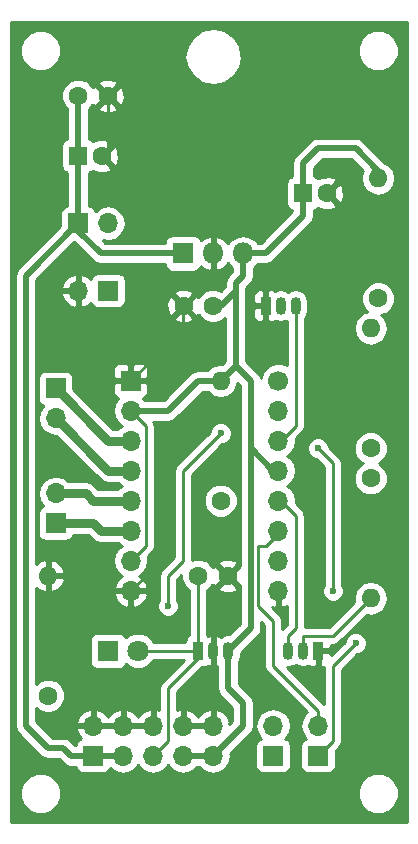
<source format=gbr>
G04 #@! TF.FileFunction,Copper,L1,Top,Signal*
%FSLAX46Y46*%
G04 Gerber Fmt 4.6, Leading zero omitted, Abs format (unit mm)*
G04 Created by KiCad (PCBNEW 4.0.7) date 04/16/18 12:29:13*
%MOMM*%
%LPD*%
G01*
G04 APERTURE LIST*
%ADD10C,0.100000*%
%ADD11C,1.600000*%
%ADD12R,1.700000X1.700000*%
%ADD13O,1.700000X1.700000*%
%ADD14R,1.800000X1.800000*%
%ADD15O,1.800000X1.800000*%
%ADD16O,0.900000X1.500000*%
%ADD17R,0.900000X1.500000*%
%ADD18R,1.600000X1.600000*%
%ADD19C,1.800000*%
%ADD20C,1.700000*%
%ADD21O,1.600000X1.600000*%
%ADD22C,0.600000*%
%ADD23C,0.250000*%
%ADD24C,0.550000*%
%ADD25C,0.750000*%
%ADD26C,0.254000*%
G04 APERTURE END LIST*
D10*
D11*
X112395000Y-76835000D03*
X114895000Y-76835000D03*
D12*
X100330000Y-60960000D03*
D13*
X100330000Y-63500000D03*
D12*
X100330000Y-72390000D03*
D13*
X100330000Y-69850000D03*
D14*
X111125000Y-49530000D03*
D15*
X113665000Y-49530000D03*
X116205000Y-49530000D03*
D16*
X113665000Y-83185000D03*
X114935000Y-83185000D03*
D17*
X112395000Y-83185000D03*
D18*
X102235000Y-41275000D03*
D11*
X104235000Y-41275000D03*
D14*
X104775000Y-83185000D03*
D19*
X107315000Y-83185000D03*
D12*
X122555000Y-92075000D03*
D13*
X122555000Y-89535000D03*
D12*
X118745000Y-92075000D03*
D13*
X118745000Y-89535000D03*
D11*
X113665000Y-53975000D03*
X111165000Y-53975000D03*
X102235000Y-36195000D03*
X104735000Y-36195000D03*
D18*
X121285000Y-44450000D03*
D11*
X123285000Y-44450000D03*
D12*
X103505000Y-92075000D03*
D13*
X103505000Y-89535000D03*
X106045000Y-92075000D03*
X106045000Y-89535000D03*
X108585000Y-92075000D03*
X108585000Y-89535000D03*
X111125000Y-92075000D03*
X111125000Y-89535000D03*
X113665000Y-92075000D03*
X113665000Y-89535000D03*
D12*
X104775000Y-52705000D03*
D13*
X102235000Y-52705000D03*
D16*
X121285000Y-83185000D03*
X120015000Y-83185000D03*
D17*
X122555000Y-83185000D03*
D16*
X119380000Y-53975000D03*
X120650000Y-53975000D03*
D17*
X118110000Y-53975000D03*
D12*
X102235000Y-46990000D03*
D13*
X104775000Y-46990000D03*
X119180000Y-78105000D03*
X119180000Y-75565000D03*
X119180000Y-73025000D03*
X119180000Y-70485000D03*
X119180000Y-67945000D03*
X119180000Y-65405000D03*
X119180000Y-62865000D03*
D20*
X119180000Y-60325000D03*
D12*
X106680000Y-60325000D03*
D13*
X106680000Y-62865000D03*
X106680000Y-65405000D03*
X106680000Y-67945000D03*
X106680000Y-70485000D03*
X106680000Y-73025000D03*
X106680000Y-75565000D03*
X106680000Y-78105000D03*
D11*
X99695000Y-86995000D03*
D21*
X99695000Y-76835000D03*
D11*
X114300000Y-70485000D03*
D21*
X114300000Y-60325000D03*
D11*
X127635000Y-53340000D03*
D21*
X127635000Y-43180000D03*
D11*
X127000000Y-68580000D03*
D21*
X127000000Y-78740000D03*
D11*
X127000000Y-66040000D03*
D21*
X127000000Y-55880000D03*
D22*
X109855000Y-64770000D03*
X125730000Y-82550000D03*
X114300000Y-64770000D03*
X109855000Y-79375000D03*
X122555000Y-66040000D03*
X123825000Y-78105000D03*
D23*
X106680000Y-60325000D02*
X111125000Y-55880000D01*
X111125000Y-55880000D02*
X111125000Y-53975000D01*
X111125000Y-53975000D02*
X111165000Y-53975000D01*
X106680000Y-78105000D02*
X109855000Y-74930000D01*
X109855000Y-74930000D02*
X109855000Y-64770000D01*
X111165000Y-53975000D02*
X111125000Y-53975000D01*
X111125000Y-53975000D02*
X113665000Y-51435000D01*
X113665000Y-51435000D02*
X113665000Y-49530000D01*
X114895000Y-76835000D02*
X114935000Y-76835000D01*
X114935000Y-76835000D02*
X113665000Y-78105000D01*
X113665000Y-78105000D02*
X113665000Y-83185000D01*
X104235000Y-41275000D02*
X104140000Y-41275000D01*
X104140000Y-41275000D02*
X104775000Y-40640000D01*
X104775000Y-40640000D02*
X104775000Y-36195000D01*
X104775000Y-36195000D02*
X104735000Y-36195000D01*
X113665000Y-83185000D02*
X113665000Y-89535000D01*
X106680000Y-75565000D02*
X107950000Y-74295000D01*
X107950000Y-74295000D02*
X107950000Y-64135000D01*
X107950000Y-64135000D02*
X106680000Y-62865000D01*
D24*
X114935000Y-83185000D02*
X114935000Y-86360000D01*
X116205000Y-89535000D02*
X113665000Y-92075000D01*
X116205000Y-87630000D02*
X116205000Y-89535000D01*
X114935000Y-86360000D02*
X116205000Y-87630000D01*
X114935000Y-83185000D02*
X116840000Y-81280000D01*
X116840000Y-81280000D02*
X116840000Y-66040000D01*
X106680000Y-62865000D02*
X109855000Y-62865000D01*
X112395000Y-60325000D02*
X114300000Y-60325000D01*
X109855000Y-62865000D02*
X112395000Y-60325000D01*
X119180000Y-67945000D02*
X118745000Y-67945000D01*
X118745000Y-67945000D02*
X116840000Y-66040000D01*
X116840000Y-66040000D02*
X116840000Y-60325000D01*
X116840000Y-60325000D02*
X115570000Y-59055000D01*
X113665000Y-53975000D02*
X114300000Y-53975000D01*
X114300000Y-53975000D02*
X115570000Y-52705000D01*
X116205000Y-49530000D02*
X116205000Y-51435000D01*
X115570000Y-59055000D02*
X114300000Y-60325000D01*
X115570000Y-52070000D02*
X115570000Y-52705000D01*
X115570000Y-52705000D02*
X115570000Y-59055000D01*
X116205000Y-51435000D02*
X115570000Y-52070000D01*
X127635000Y-43180000D02*
X127635000Y-42545000D01*
X127635000Y-42545000D02*
X125730000Y-40640000D01*
X125730000Y-40640000D02*
X122555000Y-40640000D01*
X122555000Y-40640000D02*
X121285000Y-41910000D01*
X121285000Y-41910000D02*
X121285000Y-44450000D01*
X116205000Y-49530000D02*
X118110000Y-49530000D01*
X121285000Y-46355000D02*
X121285000Y-44450000D01*
X118110000Y-49530000D02*
X121285000Y-46355000D01*
X113665000Y-92075000D02*
X111125000Y-92075000D01*
D23*
X112395000Y-83185000D02*
X112395000Y-83820000D01*
X112395000Y-83820000D02*
X109855000Y-86360000D01*
X109855000Y-90805000D02*
X108585000Y-92075000D01*
X109855000Y-86360000D02*
X109855000Y-90805000D01*
X112395000Y-76835000D02*
X112395000Y-83185000D01*
X112395000Y-83185000D02*
X107315000Y-83185000D01*
X125730000Y-82550000D02*
X123825000Y-84455000D01*
X123825000Y-84455000D02*
X123825000Y-90805000D01*
X123825000Y-90805000D02*
X122555000Y-92075000D01*
X119180000Y-73025000D02*
X119380000Y-73025000D01*
X119380000Y-73025000D02*
X118110000Y-74295000D01*
X118110000Y-74295000D02*
X117475000Y-74295000D01*
X117475000Y-74295000D02*
X117475000Y-79375000D01*
X117475000Y-79375000D02*
X118745000Y-80645000D01*
X118745000Y-80645000D02*
X118745000Y-84455000D01*
X118745000Y-84455000D02*
X122555000Y-88265000D01*
X122555000Y-88265000D02*
X122555000Y-89535000D01*
X114300000Y-64770000D02*
X111125000Y-67945000D01*
X111125000Y-67945000D02*
X111125000Y-75565000D01*
X111125000Y-75565000D02*
X109855000Y-76835000D01*
X109855000Y-76835000D02*
X109855000Y-79375000D01*
X122555000Y-66040000D02*
X123825000Y-67310000D01*
X123825000Y-67310000D02*
X123825000Y-78105000D01*
X120015000Y-83185000D02*
X120015000Y-81915000D01*
X120015000Y-81915000D02*
X120650000Y-81280000D01*
X120650000Y-81280000D02*
X120650000Y-71755000D01*
X120650000Y-71755000D02*
X119380000Y-70485000D01*
X119380000Y-70485000D02*
X119180000Y-70485000D01*
X120650000Y-53975000D02*
X120650000Y-64135000D01*
X120650000Y-64135000D02*
X119380000Y-65405000D01*
X119380000Y-65405000D02*
X119180000Y-65405000D01*
X121285000Y-83185000D02*
X121285000Y-81915000D01*
X121285000Y-81915000D02*
X123825000Y-81915000D01*
X123825000Y-81915000D02*
X127000000Y-78740000D01*
D24*
X102235000Y-46990000D02*
X102235000Y-47625000D01*
X102235000Y-47625000D02*
X104140000Y-49530000D01*
X104140000Y-49530000D02*
X111125000Y-49530000D01*
X102235000Y-41275000D02*
X102235000Y-36195000D01*
X106045000Y-92075000D02*
X103505000Y-92075000D01*
X103505000Y-92075000D02*
X101600000Y-92075000D01*
X101600000Y-92075000D02*
X100965000Y-91440000D01*
X100965000Y-91440000D02*
X99695000Y-91440000D01*
X99695000Y-91440000D02*
X97790000Y-89535000D01*
X97790000Y-89535000D02*
X97790000Y-51435000D01*
X97790000Y-51435000D02*
X102235000Y-46990000D01*
X102235000Y-46990000D02*
X102235000Y-41275000D01*
D25*
X106680000Y-65405000D02*
X104775000Y-65405000D01*
X104775000Y-65405000D02*
X100330000Y-60960000D01*
X106680000Y-67945000D02*
X104775000Y-67945000D01*
X104775000Y-67945000D02*
X100330000Y-63500000D01*
X106680000Y-73025000D02*
X104140000Y-73025000D01*
X103505000Y-72390000D02*
X100330000Y-72390000D01*
X104140000Y-73025000D02*
X103505000Y-72390000D01*
X106680000Y-70485000D02*
X103505000Y-70485000D01*
X102870000Y-69850000D02*
X100330000Y-69850000D01*
X103505000Y-70485000D02*
X102870000Y-69850000D01*
D26*
G36*
X130100000Y-97715000D02*
X96595000Y-97715000D01*
X96595000Y-95593599D01*
X97324699Y-95593599D01*
X97588281Y-96231515D01*
X98075918Y-96720004D01*
X98713373Y-96984699D01*
X99403599Y-96985301D01*
X100041515Y-96721719D01*
X100530004Y-96234082D01*
X100794699Y-95596627D01*
X100794701Y-95593599D01*
X125899699Y-95593599D01*
X126163281Y-96231515D01*
X126650918Y-96720004D01*
X127288373Y-96984699D01*
X127978599Y-96985301D01*
X128616515Y-96721719D01*
X129105004Y-96234082D01*
X129369699Y-95596627D01*
X129370301Y-94906401D01*
X129106719Y-94268485D01*
X128619082Y-93779996D01*
X127981627Y-93515301D01*
X127291401Y-93514699D01*
X126653485Y-93778281D01*
X126164996Y-94265918D01*
X125900301Y-94903373D01*
X125899699Y-95593599D01*
X100794701Y-95593599D01*
X100795301Y-94906401D01*
X100531719Y-94268485D01*
X100044082Y-93779996D01*
X99406627Y-93515301D01*
X98716401Y-93514699D01*
X98078485Y-93778281D01*
X97589996Y-94265918D01*
X97325301Y-94903373D01*
X97324699Y-95593599D01*
X96595000Y-95593599D01*
X96595000Y-51435000D01*
X96880000Y-51435000D01*
X96880000Y-89535000D01*
X96949270Y-89883242D01*
X97146533Y-90178467D01*
X99051533Y-92083467D01*
X99346758Y-92280730D01*
X99695000Y-92350000D01*
X100588066Y-92350000D01*
X100956533Y-92718467D01*
X101251758Y-92915730D01*
X101600000Y-92985000D01*
X102018850Y-92985000D01*
X102051838Y-93160317D01*
X102190910Y-93376441D01*
X102403110Y-93521431D01*
X102655000Y-93572440D01*
X104355000Y-93572440D01*
X104590317Y-93528162D01*
X104806441Y-93389090D01*
X104951431Y-93176890D01*
X104965086Y-93109459D01*
X104994946Y-93154147D01*
X105476715Y-93476054D01*
X106045000Y-93589093D01*
X106613285Y-93476054D01*
X107095054Y-93154147D01*
X107315000Y-92824974D01*
X107534946Y-93154147D01*
X108016715Y-93476054D01*
X108585000Y-93589093D01*
X109153285Y-93476054D01*
X109635054Y-93154147D01*
X109855000Y-92824974D01*
X110074946Y-93154147D01*
X110556715Y-93476054D01*
X111125000Y-93589093D01*
X111693285Y-93476054D01*
X112175054Y-93154147D01*
X112288074Y-92985000D01*
X112501926Y-92985000D01*
X112614946Y-93154147D01*
X113096715Y-93476054D01*
X113665000Y-93589093D01*
X114233285Y-93476054D01*
X114715054Y-93154147D01*
X115036961Y-92672378D01*
X115150000Y-92104093D01*
X115150000Y-92045907D01*
X115121966Y-91904968D01*
X116848467Y-90178467D01*
X117045730Y-89883242D01*
X117057148Y-89825839D01*
X117115000Y-89535000D01*
X117230907Y-89535000D01*
X117343946Y-90103285D01*
X117665853Y-90585054D01*
X117707452Y-90612850D01*
X117659683Y-90621838D01*
X117443559Y-90760910D01*
X117298569Y-90973110D01*
X117247560Y-91225000D01*
X117247560Y-92925000D01*
X117291838Y-93160317D01*
X117430910Y-93376441D01*
X117643110Y-93521431D01*
X117895000Y-93572440D01*
X119595000Y-93572440D01*
X119830317Y-93528162D01*
X120046441Y-93389090D01*
X120191431Y-93176890D01*
X120242440Y-92925000D01*
X120242440Y-91225000D01*
X120198162Y-90989683D01*
X120059090Y-90773559D01*
X119846890Y-90628569D01*
X119779459Y-90614914D01*
X119824147Y-90585054D01*
X120146054Y-90103285D01*
X120259093Y-89535000D01*
X120146054Y-88966715D01*
X119824147Y-88484946D01*
X119342378Y-88163039D01*
X118774093Y-88050000D01*
X118715907Y-88050000D01*
X118147622Y-88163039D01*
X117665853Y-88484946D01*
X117343946Y-88966715D01*
X117230907Y-89535000D01*
X117115000Y-89535000D01*
X117115000Y-87630000D01*
X117045730Y-87281758D01*
X116848467Y-86986533D01*
X115845000Y-85983066D01*
X115845000Y-84065646D01*
X115937409Y-83927346D01*
X116020000Y-83512134D01*
X116020000Y-83386934D01*
X117483467Y-81923467D01*
X117540194Y-81838569D01*
X117680730Y-81628242D01*
X117750000Y-81280000D01*
X117750000Y-80724802D01*
X117985000Y-80959802D01*
X117985000Y-84455000D01*
X118042852Y-84745839D01*
X118207599Y-84992401D01*
X121610306Y-88395108D01*
X121475853Y-88484946D01*
X121153946Y-88966715D01*
X121040907Y-89535000D01*
X121153946Y-90103285D01*
X121475853Y-90585054D01*
X121517452Y-90612850D01*
X121469683Y-90621838D01*
X121253559Y-90760910D01*
X121108569Y-90973110D01*
X121057560Y-91225000D01*
X121057560Y-92925000D01*
X121101838Y-93160317D01*
X121240910Y-93376441D01*
X121453110Y-93521431D01*
X121705000Y-93572440D01*
X123405000Y-93572440D01*
X123640317Y-93528162D01*
X123856441Y-93389090D01*
X124001431Y-93176890D01*
X124052440Y-92925000D01*
X124052440Y-91652362D01*
X124362401Y-91342401D01*
X124527148Y-91095840D01*
X124585000Y-90805000D01*
X124585000Y-84769802D01*
X125869680Y-83485122D01*
X125915167Y-83485162D01*
X126258943Y-83343117D01*
X126522192Y-83080327D01*
X126664838Y-82736799D01*
X126665162Y-82364833D01*
X126523117Y-82021057D01*
X126260327Y-81757808D01*
X125916799Y-81615162D01*
X125544833Y-81614838D01*
X125201057Y-81756883D01*
X124937808Y-82019673D01*
X124795162Y-82363201D01*
X124795121Y-82410077D01*
X123640000Y-83565198D01*
X123640000Y-83470750D01*
X123481250Y-83312000D01*
X122682000Y-83312000D01*
X122682000Y-84411250D01*
X122840750Y-84570000D01*
X123065000Y-84570000D01*
X123065000Y-87700198D01*
X119948760Y-84583958D01*
X120015000Y-84597134D01*
X120430212Y-84514543D01*
X120650000Y-84367685D01*
X120869788Y-84514543D01*
X121285000Y-84597134D01*
X121700212Y-84514543D01*
X121755546Y-84477570D01*
X121978691Y-84570000D01*
X122269250Y-84570000D01*
X122428000Y-84411250D01*
X122428000Y-83312000D01*
X122408000Y-83312000D01*
X122408000Y-83058000D01*
X122428000Y-83058000D01*
X122428000Y-83038000D01*
X122682000Y-83038000D01*
X122682000Y-83058000D01*
X123481250Y-83058000D01*
X123640000Y-82899250D01*
X123640000Y-82675000D01*
X123825000Y-82675000D01*
X124115839Y-82617148D01*
X124362401Y-82452401D01*
X126676114Y-80138688D01*
X127000000Y-80203113D01*
X127549151Y-80093880D01*
X128014698Y-79782811D01*
X128325767Y-79317264D01*
X128435000Y-78768113D01*
X128435000Y-78711887D01*
X128325767Y-78162736D01*
X128014698Y-77697189D01*
X127549151Y-77386120D01*
X127000000Y-77276887D01*
X126450849Y-77386120D01*
X125985302Y-77697189D01*
X125674233Y-78162736D01*
X125565000Y-78711887D01*
X125565000Y-78768113D01*
X125620096Y-79045102D01*
X123510198Y-81155000D01*
X121410000Y-81155000D01*
X121410000Y-71755000D01*
X121389719Y-71653039D01*
X121352148Y-71464160D01*
X121187401Y-71217599D01*
X120654392Y-70684590D01*
X120694093Y-70485000D01*
X120581054Y-69916715D01*
X120259147Y-69434946D01*
X119929974Y-69215000D01*
X120259147Y-68995054D01*
X120581054Y-68513285D01*
X120694093Y-67945000D01*
X120581054Y-67376715D01*
X120259147Y-66894946D01*
X119929974Y-66675000D01*
X120259147Y-66455054D01*
X120412752Y-66225167D01*
X121619838Y-66225167D01*
X121761883Y-66568943D01*
X122024673Y-66832192D01*
X122368201Y-66974838D01*
X122415077Y-66974879D01*
X123065000Y-67624802D01*
X123065000Y-77542537D01*
X123032808Y-77574673D01*
X122890162Y-77918201D01*
X122889838Y-78290167D01*
X123031883Y-78633943D01*
X123294673Y-78897192D01*
X123638201Y-79039838D01*
X124010167Y-79040162D01*
X124353943Y-78898117D01*
X124617192Y-78635327D01*
X124759838Y-78291799D01*
X124760162Y-77919833D01*
X124618117Y-77576057D01*
X124585000Y-77542882D01*
X124585000Y-67310000D01*
X124552130Y-67144752D01*
X124527148Y-67019160D01*
X124362401Y-66772599D01*
X123913989Y-66324187D01*
X125564752Y-66324187D01*
X125782757Y-66851800D01*
X126186077Y-67255824D01*
X126316215Y-67309862D01*
X126188200Y-67362757D01*
X125784176Y-67766077D01*
X125565250Y-68293309D01*
X125564752Y-68864187D01*
X125782757Y-69391800D01*
X126186077Y-69795824D01*
X126713309Y-70014750D01*
X127284187Y-70015248D01*
X127811800Y-69797243D01*
X128215824Y-69393923D01*
X128434750Y-68866691D01*
X128435248Y-68295813D01*
X128217243Y-67768200D01*
X127813923Y-67364176D01*
X127683785Y-67310138D01*
X127811800Y-67257243D01*
X128215824Y-66853923D01*
X128434750Y-66326691D01*
X128435248Y-65755813D01*
X128217243Y-65228200D01*
X127813923Y-64824176D01*
X127286691Y-64605250D01*
X126715813Y-64604752D01*
X126188200Y-64822757D01*
X125784176Y-65226077D01*
X125565250Y-65753309D01*
X125564752Y-66324187D01*
X123913989Y-66324187D01*
X123490122Y-65900320D01*
X123490162Y-65854833D01*
X123348117Y-65511057D01*
X123085327Y-65247808D01*
X122741799Y-65105162D01*
X122369833Y-65104838D01*
X122026057Y-65246883D01*
X121762808Y-65509673D01*
X121620162Y-65853201D01*
X121619838Y-66225167D01*
X120412752Y-66225167D01*
X120581054Y-65973285D01*
X120694093Y-65405000D01*
X120654392Y-65205410D01*
X121187401Y-64672401D01*
X121352148Y-64425840D01*
X121410000Y-64135000D01*
X121410000Y-55851887D01*
X125565000Y-55851887D01*
X125565000Y-55908113D01*
X125674233Y-56457264D01*
X125985302Y-56922811D01*
X126450849Y-57233880D01*
X127000000Y-57343113D01*
X127549151Y-57233880D01*
X128014698Y-56922811D01*
X128325767Y-56457264D01*
X128435000Y-55908113D01*
X128435000Y-55851887D01*
X128325767Y-55302736D01*
X128014698Y-54837189D01*
X127920923Y-54774531D01*
X128446800Y-54557243D01*
X128850824Y-54153923D01*
X129069750Y-53626691D01*
X129070248Y-53055813D01*
X128852243Y-52528200D01*
X128448923Y-52124176D01*
X127921691Y-51905250D01*
X127350813Y-51904752D01*
X126823200Y-52122757D01*
X126419176Y-52526077D01*
X126200250Y-53053309D01*
X126199752Y-53624187D01*
X126417757Y-54151800D01*
X126735002Y-54469598D01*
X126450849Y-54526120D01*
X125985302Y-54837189D01*
X125674233Y-55302736D01*
X125565000Y-55851887D01*
X121410000Y-55851887D01*
X121410000Y-55074163D01*
X121417211Y-55069345D01*
X121652409Y-54717346D01*
X121735000Y-54302134D01*
X121735000Y-53647866D01*
X121652409Y-53232654D01*
X121417211Y-52880655D01*
X121065212Y-52645457D01*
X120650000Y-52562866D01*
X120234788Y-52645457D01*
X120015000Y-52792315D01*
X119795212Y-52645457D01*
X119380000Y-52562866D01*
X118964788Y-52645457D01*
X118909454Y-52682430D01*
X118686309Y-52590000D01*
X118395750Y-52590000D01*
X118237000Y-52748750D01*
X118237000Y-53848000D01*
X118257000Y-53848000D01*
X118257000Y-54102000D01*
X118237000Y-54102000D01*
X118237000Y-55201250D01*
X118395750Y-55360000D01*
X118686309Y-55360000D01*
X118909454Y-55267570D01*
X118964788Y-55304543D01*
X119380000Y-55387134D01*
X119795212Y-55304543D01*
X119890000Y-55241208D01*
X119890000Y-59011883D01*
X119476681Y-58840258D01*
X118885911Y-58839743D01*
X118339914Y-59065344D01*
X117921812Y-59482717D01*
X117695258Y-60028319D01*
X117695239Y-60049701D01*
X117680730Y-59976758D01*
X117483467Y-59681533D01*
X116480000Y-58678066D01*
X116480000Y-54260750D01*
X117025000Y-54260750D01*
X117025000Y-54851310D01*
X117121673Y-55084699D01*
X117300302Y-55263327D01*
X117533691Y-55360000D01*
X117824250Y-55360000D01*
X117983000Y-55201250D01*
X117983000Y-54102000D01*
X117183750Y-54102000D01*
X117025000Y-54260750D01*
X116480000Y-54260750D01*
X116480000Y-53098690D01*
X117025000Y-53098690D01*
X117025000Y-53689250D01*
X117183750Y-53848000D01*
X117983000Y-53848000D01*
X117983000Y-52748750D01*
X117824250Y-52590000D01*
X117533691Y-52590000D01*
X117300302Y-52686673D01*
X117121673Y-52865301D01*
X117025000Y-53098690D01*
X116480000Y-53098690D01*
X116480000Y-52446934D01*
X116848467Y-52078467D01*
X116859782Y-52061533D01*
X117045730Y-51783242D01*
X117115000Y-51435000D01*
X117115000Y-50752707D01*
X117320481Y-50615409D01*
X117437685Y-50440000D01*
X118110000Y-50440000D01*
X118458242Y-50370730D01*
X118753467Y-50173467D01*
X121928467Y-46998467D01*
X122125730Y-46703242D01*
X122195000Y-46355000D01*
X122195000Y-45876742D01*
X122320317Y-45853162D01*
X122536441Y-45714090D01*
X122540977Y-45707452D01*
X123068223Y-45896965D01*
X123638454Y-45869778D01*
X124039005Y-45703864D01*
X124113139Y-45457745D01*
X123285000Y-44629605D01*
X123270858Y-44643748D01*
X123091253Y-44464143D01*
X123105395Y-44450000D01*
X123464605Y-44450000D01*
X124292745Y-45278139D01*
X124538864Y-45204005D01*
X124731965Y-44666777D01*
X124704778Y-44096546D01*
X124538864Y-43695995D01*
X124292745Y-43621861D01*
X123464605Y-44450000D01*
X123105395Y-44450000D01*
X123091253Y-44435858D01*
X123270858Y-44256252D01*
X123285000Y-44270395D01*
X124113139Y-43442255D01*
X124039005Y-43196136D01*
X123501777Y-43003035D01*
X122931546Y-43030222D01*
X122540053Y-43192384D01*
X122336890Y-43053569D01*
X122195000Y-43024836D01*
X122195000Y-42286934D01*
X122931934Y-41550000D01*
X125353066Y-41550000D01*
X126347913Y-42544847D01*
X126309233Y-42602736D01*
X126200000Y-43151887D01*
X126200000Y-43208113D01*
X126309233Y-43757264D01*
X126620302Y-44222811D01*
X127085849Y-44533880D01*
X127635000Y-44643113D01*
X128184151Y-44533880D01*
X128649698Y-44222811D01*
X128960767Y-43757264D01*
X129070000Y-43208113D01*
X129070000Y-43151887D01*
X128960767Y-42602736D01*
X128649698Y-42137189D01*
X128241119Y-41864185D01*
X126373467Y-39996533D01*
X126078242Y-39799270D01*
X125730000Y-39730000D01*
X122555000Y-39730000D01*
X122206758Y-39799270D01*
X121911533Y-39996533D01*
X120641533Y-41266533D01*
X120444270Y-41561758D01*
X120375000Y-41910000D01*
X120375000Y-43023258D01*
X120249683Y-43046838D01*
X120033559Y-43185910D01*
X119888569Y-43398110D01*
X119837560Y-43650000D01*
X119837560Y-45250000D01*
X119881838Y-45485317D01*
X120020910Y-45701441D01*
X120233110Y-45846431D01*
X120375000Y-45875164D01*
X120375000Y-45978066D01*
X117733066Y-48620000D01*
X117437685Y-48620000D01*
X117320481Y-48444591D01*
X116822491Y-48111845D01*
X116235072Y-47995000D01*
X116174928Y-47995000D01*
X115587509Y-48111845D01*
X115089519Y-48444591D01*
X114930499Y-48682582D01*
X114572576Y-48292034D01*
X114029742Y-48038954D01*
X113792000Y-48159003D01*
X113792000Y-49403000D01*
X113812000Y-49403000D01*
X113812000Y-49657000D01*
X113792000Y-49657000D01*
X113792000Y-50900997D01*
X114029742Y-51021046D01*
X114572576Y-50767966D01*
X114930499Y-50377418D01*
X115089519Y-50615409D01*
X115295000Y-50752707D01*
X115295000Y-51058066D01*
X114926533Y-51426533D01*
X114729270Y-51721758D01*
X114660000Y-52070000D01*
X114660000Y-52328066D01*
X114302251Y-52685815D01*
X113951691Y-52540250D01*
X113380813Y-52539752D01*
X112853200Y-52757757D01*
X112449176Y-53161077D01*
X112421577Y-53227544D01*
X112418864Y-53220995D01*
X112172745Y-53146861D01*
X111344605Y-53975000D01*
X112172745Y-54803139D01*
X112418864Y-54729005D01*
X112421196Y-54722517D01*
X112447757Y-54786800D01*
X112851077Y-55190824D01*
X113378309Y-55409750D01*
X113949187Y-55410248D01*
X114476800Y-55192243D01*
X114660000Y-55009362D01*
X114660000Y-58678066D01*
X114446949Y-58891117D01*
X114300000Y-58861887D01*
X113750849Y-58971120D01*
X113285302Y-59282189D01*
X113196560Y-59415000D01*
X112395000Y-59415000D01*
X112046758Y-59484270D01*
X111751533Y-59681533D01*
X109478066Y-61955000D01*
X107852728Y-61955000D01*
X107759147Y-61814946D01*
X107715223Y-61785597D01*
X107889698Y-61713327D01*
X108068327Y-61534699D01*
X108165000Y-61301310D01*
X108165000Y-60610750D01*
X108006250Y-60452000D01*
X106807000Y-60452000D01*
X106807000Y-60472000D01*
X106553000Y-60472000D01*
X106553000Y-60452000D01*
X105353750Y-60452000D01*
X105195000Y-60610750D01*
X105195000Y-61301310D01*
X105291673Y-61534699D01*
X105470302Y-61713327D01*
X105644777Y-61785597D01*
X105600853Y-61814946D01*
X105278946Y-62296715D01*
X105165907Y-62865000D01*
X105278946Y-63433285D01*
X105600853Y-63915054D01*
X105930026Y-64135000D01*
X105600853Y-64354946D01*
X105574090Y-64395000D01*
X105193356Y-64395000D01*
X101827440Y-61029084D01*
X101827440Y-60110000D01*
X101783162Y-59874683D01*
X101644090Y-59658559D01*
X101431890Y-59513569D01*
X101180000Y-59462560D01*
X99480000Y-59462560D01*
X99244683Y-59506838D01*
X99028559Y-59645910D01*
X98883569Y-59858110D01*
X98832560Y-60110000D01*
X98832560Y-61810000D01*
X98876838Y-62045317D01*
X99015910Y-62261441D01*
X99228110Y-62406431D01*
X99295541Y-62420086D01*
X99250853Y-62449946D01*
X98928946Y-62931715D01*
X98815907Y-63500000D01*
X98928946Y-64068285D01*
X99250853Y-64550054D01*
X99732622Y-64871961D01*
X100300907Y-64985000D01*
X100359093Y-64985000D01*
X100382073Y-64980429D01*
X104060822Y-68659178D01*
X104388490Y-68878118D01*
X104775000Y-68955000D01*
X105574090Y-68955000D01*
X105600853Y-68995054D01*
X105930026Y-69215000D01*
X105600853Y-69434946D01*
X105574090Y-69475000D01*
X103923356Y-69475000D01*
X103584178Y-69135822D01*
X103256510Y-68916882D01*
X102870000Y-68840000D01*
X101435910Y-68840000D01*
X101409147Y-68799946D01*
X100927378Y-68478039D01*
X100359093Y-68365000D01*
X100300907Y-68365000D01*
X99732622Y-68478039D01*
X99250853Y-68799946D01*
X98928946Y-69281715D01*
X98815907Y-69850000D01*
X98928946Y-70418285D01*
X99250853Y-70900054D01*
X99292452Y-70927850D01*
X99244683Y-70936838D01*
X99028559Y-71075910D01*
X98883569Y-71288110D01*
X98832560Y-71540000D01*
X98832560Y-73240000D01*
X98876838Y-73475317D01*
X99015910Y-73691441D01*
X99228110Y-73836431D01*
X99480000Y-73887440D01*
X101180000Y-73887440D01*
X101415317Y-73843162D01*
X101631441Y-73704090D01*
X101776431Y-73491890D01*
X101795039Y-73400000D01*
X103086644Y-73400000D01*
X103425822Y-73739178D01*
X103753490Y-73958118D01*
X104140000Y-74035000D01*
X105574090Y-74035000D01*
X105600853Y-74075054D01*
X105930026Y-74295000D01*
X105600853Y-74514946D01*
X105278946Y-74996715D01*
X105165907Y-75565000D01*
X105278946Y-76133285D01*
X105600853Y-76615054D01*
X105941553Y-76842702D01*
X105798642Y-76909817D01*
X105408355Y-77338076D01*
X105238524Y-77748110D01*
X105359845Y-77978000D01*
X106553000Y-77978000D01*
X106553000Y-77958000D01*
X106807000Y-77958000D01*
X106807000Y-77978000D01*
X108000155Y-77978000D01*
X108121476Y-77748110D01*
X107951645Y-77338076D01*
X107561358Y-76909817D01*
X107418447Y-76842702D01*
X107759147Y-76615054D01*
X108081054Y-76133285D01*
X108194093Y-75565000D01*
X108121210Y-75198592D01*
X108487401Y-74832401D01*
X108652148Y-74585840D01*
X108710000Y-74295000D01*
X108710000Y-64135000D01*
X108678548Y-63976883D01*
X108652148Y-63844160D01*
X108605937Y-63775000D01*
X109855000Y-63775000D01*
X110203242Y-63705730D01*
X110498467Y-63508467D01*
X112771934Y-61235000D01*
X113196560Y-61235000D01*
X113285302Y-61367811D01*
X113750849Y-61678880D01*
X114300000Y-61788113D01*
X114849151Y-61678880D01*
X115314698Y-61367811D01*
X115625767Y-60902264D01*
X115709479Y-60481413D01*
X115930000Y-60701934D01*
X115930000Y-76015071D01*
X115902745Y-76006861D01*
X115074605Y-76835000D01*
X115902745Y-77663139D01*
X115930000Y-77654929D01*
X115930000Y-80903066D01*
X115039428Y-81793638D01*
X114935000Y-81772866D01*
X114519788Y-81855457D01*
X114295726Y-82005170D01*
X113959001Y-81840592D01*
X113792000Y-81967498D01*
X113792000Y-83058000D01*
X113812000Y-83058000D01*
X113812000Y-83312000D01*
X113792000Y-83312000D01*
X113792000Y-84402502D01*
X113959001Y-84529408D01*
X114025000Y-84497150D01*
X114025000Y-86360000D01*
X114094270Y-86708242D01*
X114291533Y-87003467D01*
X115295000Y-88006934D01*
X115295000Y-89158066D01*
X115045068Y-89407998D01*
X114985820Y-89407998D01*
X115106486Y-89178108D01*
X114860183Y-88653642D01*
X114431924Y-88263355D01*
X114021890Y-88093524D01*
X113792000Y-88214845D01*
X113792000Y-89408000D01*
X113812000Y-89408000D01*
X113812000Y-89662000D01*
X113792000Y-89662000D01*
X113792000Y-89682000D01*
X113538000Y-89682000D01*
X113538000Y-89662000D01*
X111252000Y-89662000D01*
X111252000Y-89682000D01*
X110998000Y-89682000D01*
X110998000Y-89662000D01*
X110978000Y-89662000D01*
X110978000Y-89408000D01*
X110998000Y-89408000D01*
X110998000Y-88214845D01*
X111252000Y-88214845D01*
X111252000Y-89408000D01*
X113538000Y-89408000D01*
X113538000Y-88214845D01*
X113308110Y-88093524D01*
X112898076Y-88263355D01*
X112469817Y-88653642D01*
X112395000Y-88812954D01*
X112320183Y-88653642D01*
X111891924Y-88263355D01*
X111481890Y-88093524D01*
X111252000Y-88214845D01*
X110998000Y-88214845D01*
X110768110Y-88093524D01*
X110615000Y-88156940D01*
X110615000Y-86674802D01*
X112707362Y-84582440D01*
X112845000Y-84582440D01*
X113080317Y-84538162D01*
X113213529Y-84452442D01*
X113370999Y-84529408D01*
X113538000Y-84402502D01*
X113538000Y-83312000D01*
X113518000Y-83312000D01*
X113518000Y-83058000D01*
X113538000Y-83058000D01*
X113538000Y-81967498D01*
X113370999Y-81840592D01*
X113212925Y-81917853D01*
X113155000Y-81878274D01*
X113155000Y-78073646D01*
X113206800Y-78052243D01*
X113416663Y-77842745D01*
X114066861Y-77842745D01*
X114140995Y-78088864D01*
X114678223Y-78281965D01*
X115248454Y-78254778D01*
X115649005Y-78088864D01*
X115723139Y-77842745D01*
X114895000Y-77014605D01*
X114066861Y-77842745D01*
X113416663Y-77842745D01*
X113610824Y-77648923D01*
X113638423Y-77582456D01*
X113641136Y-77589005D01*
X113887255Y-77663139D01*
X114715395Y-76835000D01*
X113887255Y-76006861D01*
X113641136Y-76080995D01*
X113638804Y-76087483D01*
X113612243Y-76023200D01*
X113416640Y-75827255D01*
X114066861Y-75827255D01*
X114895000Y-76655395D01*
X115723139Y-75827255D01*
X115649005Y-75581136D01*
X115111777Y-75388035D01*
X114541546Y-75415222D01*
X114140995Y-75581136D01*
X114066861Y-75827255D01*
X113416640Y-75827255D01*
X113208923Y-75619176D01*
X112681691Y-75400250D01*
X112110813Y-75399752D01*
X111885000Y-75493056D01*
X111885000Y-70769187D01*
X112864752Y-70769187D01*
X113082757Y-71296800D01*
X113486077Y-71700824D01*
X114013309Y-71919750D01*
X114584187Y-71920248D01*
X115111800Y-71702243D01*
X115515824Y-71298923D01*
X115734750Y-70771691D01*
X115735248Y-70200813D01*
X115517243Y-69673200D01*
X115113923Y-69269176D01*
X114586691Y-69050250D01*
X114015813Y-69049752D01*
X113488200Y-69267757D01*
X113084176Y-69671077D01*
X112865250Y-70198309D01*
X112864752Y-70769187D01*
X111885000Y-70769187D01*
X111885000Y-68259802D01*
X114439680Y-65705122D01*
X114485167Y-65705162D01*
X114828943Y-65563117D01*
X115092192Y-65300327D01*
X115234838Y-64956799D01*
X115235162Y-64584833D01*
X115093117Y-64241057D01*
X114830327Y-63977808D01*
X114486799Y-63835162D01*
X114114833Y-63834838D01*
X113771057Y-63976883D01*
X113507808Y-64239673D01*
X113365162Y-64583201D01*
X113365121Y-64630077D01*
X110587599Y-67407599D01*
X110422852Y-67654161D01*
X110365000Y-67945000D01*
X110365000Y-75250198D01*
X109317599Y-76297599D01*
X109152852Y-76544161D01*
X109095000Y-76835000D01*
X109095000Y-78812537D01*
X109062808Y-78844673D01*
X108920162Y-79188201D01*
X108919838Y-79560167D01*
X109061883Y-79903943D01*
X109324673Y-80167192D01*
X109668201Y-80309838D01*
X110040167Y-80310162D01*
X110383943Y-80168117D01*
X110647192Y-79905327D01*
X110789838Y-79561799D01*
X110790162Y-79189833D01*
X110648117Y-78846057D01*
X110615000Y-78812882D01*
X110615000Y-77149802D01*
X110960026Y-76804776D01*
X110959752Y-77119187D01*
X111177757Y-77646800D01*
X111581077Y-78050824D01*
X111635000Y-78073215D01*
X111635000Y-81879895D01*
X111493559Y-81970910D01*
X111348569Y-82183110D01*
X111299585Y-82425000D01*
X108661846Y-82425000D01*
X108617068Y-82316629D01*
X108185643Y-81884449D01*
X107621670Y-81650267D01*
X107011009Y-81649735D01*
X106446629Y-81882932D01*
X106278387Y-82050880D01*
X106278162Y-82049683D01*
X106139090Y-81833559D01*
X105926890Y-81688569D01*
X105675000Y-81637560D01*
X103875000Y-81637560D01*
X103639683Y-81681838D01*
X103423559Y-81820910D01*
X103278569Y-82033110D01*
X103227560Y-82285000D01*
X103227560Y-84085000D01*
X103271838Y-84320317D01*
X103410910Y-84536441D01*
X103623110Y-84681431D01*
X103875000Y-84732440D01*
X105675000Y-84732440D01*
X105910317Y-84688162D01*
X106126441Y-84549090D01*
X106271431Y-84336890D01*
X106275567Y-84316466D01*
X106444357Y-84485551D01*
X107008330Y-84719733D01*
X107618991Y-84720265D01*
X108183371Y-84487068D01*
X108615551Y-84055643D01*
X108661494Y-83945000D01*
X111195198Y-83945000D01*
X109317599Y-85822599D01*
X109152852Y-86069161D01*
X109095000Y-86360000D01*
X109095000Y-88156940D01*
X108941890Y-88093524D01*
X108712000Y-88214845D01*
X108712000Y-89408000D01*
X108732000Y-89408000D01*
X108732000Y-89662000D01*
X108712000Y-89662000D01*
X108712000Y-89682000D01*
X108458000Y-89682000D01*
X108458000Y-89662000D01*
X106172000Y-89662000D01*
X106172000Y-89682000D01*
X105918000Y-89682000D01*
X105918000Y-89662000D01*
X103632000Y-89662000D01*
X103632000Y-89682000D01*
X103378000Y-89682000D01*
X103378000Y-89662000D01*
X102184181Y-89662000D01*
X102063514Y-89891892D01*
X102309817Y-90416358D01*
X102515504Y-90603808D01*
X102419683Y-90621838D01*
X102203559Y-90760910D01*
X102058569Y-90973110D01*
X102019710Y-91165000D01*
X101976934Y-91165000D01*
X101608467Y-90796533D01*
X101313242Y-90599270D01*
X100965000Y-90530000D01*
X100071934Y-90530000D01*
X98720042Y-89178108D01*
X102063514Y-89178108D01*
X102184181Y-89408000D01*
X103378000Y-89408000D01*
X103378000Y-88214845D01*
X103632000Y-88214845D01*
X103632000Y-89408000D01*
X105918000Y-89408000D01*
X105918000Y-88214845D01*
X106172000Y-88214845D01*
X106172000Y-89408000D01*
X108458000Y-89408000D01*
X108458000Y-88214845D01*
X108228110Y-88093524D01*
X107818076Y-88263355D01*
X107389817Y-88653642D01*
X107315000Y-88812954D01*
X107240183Y-88653642D01*
X106811924Y-88263355D01*
X106401890Y-88093524D01*
X106172000Y-88214845D01*
X105918000Y-88214845D01*
X105688110Y-88093524D01*
X105278076Y-88263355D01*
X104849817Y-88653642D01*
X104775000Y-88812954D01*
X104700183Y-88653642D01*
X104271924Y-88263355D01*
X103861890Y-88093524D01*
X103632000Y-88214845D01*
X103378000Y-88214845D01*
X103148110Y-88093524D01*
X102738076Y-88263355D01*
X102309817Y-88653642D01*
X102063514Y-89178108D01*
X98720042Y-89178108D01*
X98700000Y-89158066D01*
X98700000Y-88029431D01*
X98881077Y-88210824D01*
X99408309Y-88429750D01*
X99979187Y-88430248D01*
X100506800Y-88212243D01*
X100910824Y-87808923D01*
X101129750Y-87281691D01*
X101130248Y-86710813D01*
X100912243Y-86183200D01*
X100508923Y-85779176D01*
X99981691Y-85560250D01*
X99410813Y-85559752D01*
X98883200Y-85777757D01*
X98700000Y-85960638D01*
X98700000Y-78461890D01*
X105238524Y-78461890D01*
X105408355Y-78871924D01*
X105798642Y-79300183D01*
X106323108Y-79546486D01*
X106553000Y-79425819D01*
X106553000Y-78232000D01*
X106807000Y-78232000D01*
X106807000Y-79425819D01*
X107036892Y-79546486D01*
X107561358Y-79300183D01*
X107951645Y-78871924D01*
X108121476Y-78461890D01*
X108000155Y-78232000D01*
X106807000Y-78232000D01*
X106553000Y-78232000D01*
X105359845Y-78232000D01*
X105238524Y-78461890D01*
X98700000Y-78461890D01*
X98700000Y-77832709D01*
X98957577Y-78066041D01*
X99345961Y-78226904D01*
X99568000Y-78104915D01*
X99568000Y-76962000D01*
X99822000Y-76962000D01*
X99822000Y-78104915D01*
X100044039Y-78226904D01*
X100432423Y-78066041D01*
X100847389Y-77690134D01*
X101086914Y-77184041D01*
X100965629Y-76962000D01*
X99822000Y-76962000D01*
X99568000Y-76962000D01*
X99548000Y-76962000D01*
X99548000Y-76708000D01*
X99568000Y-76708000D01*
X99568000Y-75565085D01*
X99822000Y-75565085D01*
X99822000Y-76708000D01*
X100965629Y-76708000D01*
X101086914Y-76485959D01*
X100847389Y-75979866D01*
X100432423Y-75603959D01*
X100044039Y-75443096D01*
X99822000Y-75565085D01*
X99568000Y-75565085D01*
X99345961Y-75443096D01*
X98957577Y-75603959D01*
X98700000Y-75837291D01*
X98700000Y-59348690D01*
X105195000Y-59348690D01*
X105195000Y-60039250D01*
X105353750Y-60198000D01*
X106553000Y-60198000D01*
X106553000Y-58998750D01*
X106807000Y-58998750D01*
X106807000Y-60198000D01*
X108006250Y-60198000D01*
X108165000Y-60039250D01*
X108165000Y-59348690D01*
X108068327Y-59115301D01*
X107889698Y-58936673D01*
X107656309Y-58840000D01*
X106965750Y-58840000D01*
X106807000Y-58998750D01*
X106553000Y-58998750D01*
X106394250Y-58840000D01*
X105703691Y-58840000D01*
X105470302Y-58936673D01*
X105291673Y-59115301D01*
X105195000Y-59348690D01*
X98700000Y-59348690D01*
X98700000Y-54982745D01*
X110336861Y-54982745D01*
X110410995Y-55228864D01*
X110948223Y-55421965D01*
X111518454Y-55394778D01*
X111919005Y-55228864D01*
X111993139Y-54982745D01*
X111165000Y-54154605D01*
X110336861Y-54982745D01*
X98700000Y-54982745D01*
X98700000Y-53061892D01*
X100793514Y-53061892D01*
X101039817Y-53586358D01*
X101468076Y-53976645D01*
X101878110Y-54146476D01*
X102108000Y-54025155D01*
X102108000Y-52832000D01*
X100914181Y-52832000D01*
X100793514Y-53061892D01*
X98700000Y-53061892D01*
X98700000Y-52348108D01*
X100793514Y-52348108D01*
X100914181Y-52578000D01*
X102108000Y-52578000D01*
X102108000Y-51384845D01*
X102362000Y-51384845D01*
X102362000Y-52578000D01*
X102382000Y-52578000D01*
X102382000Y-52832000D01*
X102362000Y-52832000D01*
X102362000Y-54025155D01*
X102591890Y-54146476D01*
X103001924Y-53976645D01*
X103304937Y-53700499D01*
X103321838Y-53790317D01*
X103460910Y-54006441D01*
X103673110Y-54151431D01*
X103925000Y-54202440D01*
X105625000Y-54202440D01*
X105860317Y-54158162D01*
X106076441Y-54019090D01*
X106221431Y-53806890D01*
X106231286Y-53758223D01*
X109718035Y-53758223D01*
X109745222Y-54328454D01*
X109911136Y-54729005D01*
X110157255Y-54803139D01*
X110985395Y-53975000D01*
X110157255Y-53146861D01*
X109911136Y-53220995D01*
X109718035Y-53758223D01*
X106231286Y-53758223D01*
X106272440Y-53555000D01*
X106272440Y-52967255D01*
X110336861Y-52967255D01*
X111165000Y-53795395D01*
X111993139Y-52967255D01*
X111919005Y-52721136D01*
X111381777Y-52528035D01*
X110811546Y-52555222D01*
X110410995Y-52721136D01*
X110336861Y-52967255D01*
X106272440Y-52967255D01*
X106272440Y-51855000D01*
X106228162Y-51619683D01*
X106089090Y-51403559D01*
X105876890Y-51258569D01*
X105625000Y-51207560D01*
X103925000Y-51207560D01*
X103689683Y-51251838D01*
X103473559Y-51390910D01*
X103328569Y-51603110D01*
X103306699Y-51711107D01*
X103001924Y-51433355D01*
X102591890Y-51263524D01*
X102362000Y-51384845D01*
X102108000Y-51384845D01*
X101878110Y-51263524D01*
X101468076Y-51433355D01*
X101039817Y-51823642D01*
X100793514Y-52348108D01*
X98700000Y-52348108D01*
X98700000Y-51811934D01*
X101917500Y-48594434D01*
X103496533Y-50173467D01*
X103791758Y-50370730D01*
X104140000Y-50440000D01*
X109579442Y-50440000D01*
X109621838Y-50665317D01*
X109760910Y-50881441D01*
X109973110Y-51026431D01*
X110225000Y-51077440D01*
X112025000Y-51077440D01*
X112260317Y-51033162D01*
X112476441Y-50894090D01*
X112621431Y-50681890D01*
X112631766Y-50630854D01*
X112757424Y-50767966D01*
X113300258Y-51021046D01*
X113538000Y-50900997D01*
X113538000Y-49657000D01*
X113518000Y-49657000D01*
X113518000Y-49403000D01*
X113538000Y-49403000D01*
X113538000Y-48159003D01*
X113300258Y-48038954D01*
X112757424Y-48292034D01*
X112634156Y-48426538D01*
X112628162Y-48394683D01*
X112489090Y-48178559D01*
X112276890Y-48033569D01*
X112025000Y-47982560D01*
X110225000Y-47982560D01*
X109989683Y-48026838D01*
X109773559Y-48165910D01*
X109628569Y-48378110D01*
X109579585Y-48620000D01*
X104516934Y-48620000D01*
X104308168Y-48411234D01*
X104775000Y-48504093D01*
X105343285Y-48391054D01*
X105825054Y-48069147D01*
X106146961Y-47587378D01*
X106260000Y-47019093D01*
X106260000Y-46960907D01*
X106146961Y-46392622D01*
X105825054Y-45910853D01*
X105343285Y-45588946D01*
X104775000Y-45475907D01*
X104206715Y-45588946D01*
X103724946Y-45910853D01*
X103697150Y-45952452D01*
X103688162Y-45904683D01*
X103549090Y-45688559D01*
X103336890Y-45543569D01*
X103145000Y-45504710D01*
X103145000Y-42701742D01*
X103270317Y-42678162D01*
X103486441Y-42539090D01*
X103490977Y-42532452D01*
X104018223Y-42721965D01*
X104588454Y-42694778D01*
X104989005Y-42528864D01*
X105063139Y-42282745D01*
X104235000Y-41454605D01*
X104220858Y-41468748D01*
X104041253Y-41289143D01*
X104055395Y-41275000D01*
X104414605Y-41275000D01*
X105242745Y-42103139D01*
X105488864Y-42029005D01*
X105681965Y-41491777D01*
X105654778Y-40921546D01*
X105488864Y-40520995D01*
X105242745Y-40446861D01*
X104414605Y-41275000D01*
X104055395Y-41275000D01*
X104041253Y-41260858D01*
X104220858Y-41081252D01*
X104235000Y-41095395D01*
X105063139Y-40267255D01*
X104989005Y-40021136D01*
X104451777Y-39828035D01*
X103881546Y-39855222D01*
X103490053Y-40017384D01*
X103286890Y-39878569D01*
X103145000Y-39849836D01*
X103145000Y-37314214D01*
X103256663Y-37202745D01*
X103906861Y-37202745D01*
X103980995Y-37448864D01*
X104518223Y-37641965D01*
X105088454Y-37614778D01*
X105489005Y-37448864D01*
X105563139Y-37202745D01*
X104735000Y-36374605D01*
X103906861Y-37202745D01*
X103256663Y-37202745D01*
X103450824Y-37008923D01*
X103478423Y-36942456D01*
X103481136Y-36949005D01*
X103727255Y-37023139D01*
X104555395Y-36195000D01*
X104914605Y-36195000D01*
X105742745Y-37023139D01*
X105988864Y-36949005D01*
X106181965Y-36411777D01*
X106154778Y-35841546D01*
X105988864Y-35440995D01*
X105742745Y-35366861D01*
X104914605Y-36195000D01*
X104555395Y-36195000D01*
X103727255Y-35366861D01*
X103481136Y-35440995D01*
X103478804Y-35447483D01*
X103452243Y-35383200D01*
X103256640Y-35187255D01*
X103906861Y-35187255D01*
X104735000Y-36015395D01*
X105563139Y-35187255D01*
X105489005Y-34941136D01*
X104951777Y-34748035D01*
X104381546Y-34775222D01*
X103980995Y-34941136D01*
X103906861Y-35187255D01*
X103256640Y-35187255D01*
X103048923Y-34979176D01*
X102521691Y-34760250D01*
X101950813Y-34759752D01*
X101423200Y-34977757D01*
X101019176Y-35381077D01*
X100800250Y-35908309D01*
X100799752Y-36479187D01*
X101017757Y-37006800D01*
X101325000Y-37314579D01*
X101325000Y-39848258D01*
X101199683Y-39871838D01*
X100983559Y-40010910D01*
X100838569Y-40223110D01*
X100787560Y-40475000D01*
X100787560Y-42075000D01*
X100831838Y-42310317D01*
X100970910Y-42526441D01*
X101183110Y-42671431D01*
X101325000Y-42700164D01*
X101325000Y-45503850D01*
X101149683Y-45536838D01*
X100933559Y-45675910D01*
X100788569Y-45888110D01*
X100737560Y-46140000D01*
X100737560Y-47200506D01*
X97146533Y-50791533D01*
X96949270Y-51086758D01*
X96880000Y-51435000D01*
X96595000Y-51435000D01*
X96595000Y-32728599D01*
X97324699Y-32728599D01*
X97588281Y-33366515D01*
X98075918Y-33855004D01*
X98713373Y-34119699D01*
X99403599Y-34120301D01*
X100041515Y-33856719D01*
X100530004Y-33369082D01*
X100737241Y-32870000D01*
X111233275Y-32870000D01*
X111414822Y-33782700D01*
X111931825Y-34556450D01*
X112705575Y-35073453D01*
X113618275Y-35255000D01*
X113711725Y-35255000D01*
X114624425Y-35073453D01*
X115398175Y-34556450D01*
X115915178Y-33782700D01*
X116096725Y-32870000D01*
X116068599Y-32728599D01*
X125899699Y-32728599D01*
X126163281Y-33366515D01*
X126650918Y-33855004D01*
X127288373Y-34119699D01*
X127978599Y-34120301D01*
X128616515Y-33856719D01*
X129105004Y-33369082D01*
X129369699Y-32731627D01*
X129370301Y-32041401D01*
X129106719Y-31403485D01*
X128619082Y-30914996D01*
X127981627Y-30650301D01*
X127291401Y-30649699D01*
X126653485Y-30913281D01*
X126164996Y-31400918D01*
X125900301Y-32038373D01*
X125899699Y-32728599D01*
X116068599Y-32728599D01*
X115915178Y-31957300D01*
X115398175Y-31183550D01*
X114624425Y-30666547D01*
X113711725Y-30485000D01*
X113618275Y-30485000D01*
X112705575Y-30666547D01*
X111931825Y-31183550D01*
X111414822Y-31957300D01*
X111233275Y-32870000D01*
X100737241Y-32870000D01*
X100794699Y-32731627D01*
X100795301Y-32041401D01*
X100531719Y-31403485D01*
X100044082Y-30914996D01*
X99406627Y-30650301D01*
X98716401Y-30649699D01*
X98078485Y-30913281D01*
X97589996Y-31400918D01*
X97325301Y-32038373D01*
X97324699Y-32728599D01*
X96595000Y-32728599D01*
X96595000Y-29920000D01*
X130100000Y-29920000D01*
X130100000Y-97715000D01*
X130100000Y-97715000D01*
G37*
X130100000Y-97715000D02*
X96595000Y-97715000D01*
X96595000Y-95593599D01*
X97324699Y-95593599D01*
X97588281Y-96231515D01*
X98075918Y-96720004D01*
X98713373Y-96984699D01*
X99403599Y-96985301D01*
X100041515Y-96721719D01*
X100530004Y-96234082D01*
X100794699Y-95596627D01*
X100794701Y-95593599D01*
X125899699Y-95593599D01*
X126163281Y-96231515D01*
X126650918Y-96720004D01*
X127288373Y-96984699D01*
X127978599Y-96985301D01*
X128616515Y-96721719D01*
X129105004Y-96234082D01*
X129369699Y-95596627D01*
X129370301Y-94906401D01*
X129106719Y-94268485D01*
X128619082Y-93779996D01*
X127981627Y-93515301D01*
X127291401Y-93514699D01*
X126653485Y-93778281D01*
X126164996Y-94265918D01*
X125900301Y-94903373D01*
X125899699Y-95593599D01*
X100794701Y-95593599D01*
X100795301Y-94906401D01*
X100531719Y-94268485D01*
X100044082Y-93779996D01*
X99406627Y-93515301D01*
X98716401Y-93514699D01*
X98078485Y-93778281D01*
X97589996Y-94265918D01*
X97325301Y-94903373D01*
X97324699Y-95593599D01*
X96595000Y-95593599D01*
X96595000Y-51435000D01*
X96880000Y-51435000D01*
X96880000Y-89535000D01*
X96949270Y-89883242D01*
X97146533Y-90178467D01*
X99051533Y-92083467D01*
X99346758Y-92280730D01*
X99695000Y-92350000D01*
X100588066Y-92350000D01*
X100956533Y-92718467D01*
X101251758Y-92915730D01*
X101600000Y-92985000D01*
X102018850Y-92985000D01*
X102051838Y-93160317D01*
X102190910Y-93376441D01*
X102403110Y-93521431D01*
X102655000Y-93572440D01*
X104355000Y-93572440D01*
X104590317Y-93528162D01*
X104806441Y-93389090D01*
X104951431Y-93176890D01*
X104965086Y-93109459D01*
X104994946Y-93154147D01*
X105476715Y-93476054D01*
X106045000Y-93589093D01*
X106613285Y-93476054D01*
X107095054Y-93154147D01*
X107315000Y-92824974D01*
X107534946Y-93154147D01*
X108016715Y-93476054D01*
X108585000Y-93589093D01*
X109153285Y-93476054D01*
X109635054Y-93154147D01*
X109855000Y-92824974D01*
X110074946Y-93154147D01*
X110556715Y-93476054D01*
X111125000Y-93589093D01*
X111693285Y-93476054D01*
X112175054Y-93154147D01*
X112288074Y-92985000D01*
X112501926Y-92985000D01*
X112614946Y-93154147D01*
X113096715Y-93476054D01*
X113665000Y-93589093D01*
X114233285Y-93476054D01*
X114715054Y-93154147D01*
X115036961Y-92672378D01*
X115150000Y-92104093D01*
X115150000Y-92045907D01*
X115121966Y-91904968D01*
X116848467Y-90178467D01*
X117045730Y-89883242D01*
X117057148Y-89825839D01*
X117115000Y-89535000D01*
X117230907Y-89535000D01*
X117343946Y-90103285D01*
X117665853Y-90585054D01*
X117707452Y-90612850D01*
X117659683Y-90621838D01*
X117443559Y-90760910D01*
X117298569Y-90973110D01*
X117247560Y-91225000D01*
X117247560Y-92925000D01*
X117291838Y-93160317D01*
X117430910Y-93376441D01*
X117643110Y-93521431D01*
X117895000Y-93572440D01*
X119595000Y-93572440D01*
X119830317Y-93528162D01*
X120046441Y-93389090D01*
X120191431Y-93176890D01*
X120242440Y-92925000D01*
X120242440Y-91225000D01*
X120198162Y-90989683D01*
X120059090Y-90773559D01*
X119846890Y-90628569D01*
X119779459Y-90614914D01*
X119824147Y-90585054D01*
X120146054Y-90103285D01*
X120259093Y-89535000D01*
X120146054Y-88966715D01*
X119824147Y-88484946D01*
X119342378Y-88163039D01*
X118774093Y-88050000D01*
X118715907Y-88050000D01*
X118147622Y-88163039D01*
X117665853Y-88484946D01*
X117343946Y-88966715D01*
X117230907Y-89535000D01*
X117115000Y-89535000D01*
X117115000Y-87630000D01*
X117045730Y-87281758D01*
X116848467Y-86986533D01*
X115845000Y-85983066D01*
X115845000Y-84065646D01*
X115937409Y-83927346D01*
X116020000Y-83512134D01*
X116020000Y-83386934D01*
X117483467Y-81923467D01*
X117540194Y-81838569D01*
X117680730Y-81628242D01*
X117750000Y-81280000D01*
X117750000Y-80724802D01*
X117985000Y-80959802D01*
X117985000Y-84455000D01*
X118042852Y-84745839D01*
X118207599Y-84992401D01*
X121610306Y-88395108D01*
X121475853Y-88484946D01*
X121153946Y-88966715D01*
X121040907Y-89535000D01*
X121153946Y-90103285D01*
X121475853Y-90585054D01*
X121517452Y-90612850D01*
X121469683Y-90621838D01*
X121253559Y-90760910D01*
X121108569Y-90973110D01*
X121057560Y-91225000D01*
X121057560Y-92925000D01*
X121101838Y-93160317D01*
X121240910Y-93376441D01*
X121453110Y-93521431D01*
X121705000Y-93572440D01*
X123405000Y-93572440D01*
X123640317Y-93528162D01*
X123856441Y-93389090D01*
X124001431Y-93176890D01*
X124052440Y-92925000D01*
X124052440Y-91652362D01*
X124362401Y-91342401D01*
X124527148Y-91095840D01*
X124585000Y-90805000D01*
X124585000Y-84769802D01*
X125869680Y-83485122D01*
X125915167Y-83485162D01*
X126258943Y-83343117D01*
X126522192Y-83080327D01*
X126664838Y-82736799D01*
X126665162Y-82364833D01*
X126523117Y-82021057D01*
X126260327Y-81757808D01*
X125916799Y-81615162D01*
X125544833Y-81614838D01*
X125201057Y-81756883D01*
X124937808Y-82019673D01*
X124795162Y-82363201D01*
X124795121Y-82410077D01*
X123640000Y-83565198D01*
X123640000Y-83470750D01*
X123481250Y-83312000D01*
X122682000Y-83312000D01*
X122682000Y-84411250D01*
X122840750Y-84570000D01*
X123065000Y-84570000D01*
X123065000Y-87700198D01*
X119948760Y-84583958D01*
X120015000Y-84597134D01*
X120430212Y-84514543D01*
X120650000Y-84367685D01*
X120869788Y-84514543D01*
X121285000Y-84597134D01*
X121700212Y-84514543D01*
X121755546Y-84477570D01*
X121978691Y-84570000D01*
X122269250Y-84570000D01*
X122428000Y-84411250D01*
X122428000Y-83312000D01*
X122408000Y-83312000D01*
X122408000Y-83058000D01*
X122428000Y-83058000D01*
X122428000Y-83038000D01*
X122682000Y-83038000D01*
X122682000Y-83058000D01*
X123481250Y-83058000D01*
X123640000Y-82899250D01*
X123640000Y-82675000D01*
X123825000Y-82675000D01*
X124115839Y-82617148D01*
X124362401Y-82452401D01*
X126676114Y-80138688D01*
X127000000Y-80203113D01*
X127549151Y-80093880D01*
X128014698Y-79782811D01*
X128325767Y-79317264D01*
X128435000Y-78768113D01*
X128435000Y-78711887D01*
X128325767Y-78162736D01*
X128014698Y-77697189D01*
X127549151Y-77386120D01*
X127000000Y-77276887D01*
X126450849Y-77386120D01*
X125985302Y-77697189D01*
X125674233Y-78162736D01*
X125565000Y-78711887D01*
X125565000Y-78768113D01*
X125620096Y-79045102D01*
X123510198Y-81155000D01*
X121410000Y-81155000D01*
X121410000Y-71755000D01*
X121389719Y-71653039D01*
X121352148Y-71464160D01*
X121187401Y-71217599D01*
X120654392Y-70684590D01*
X120694093Y-70485000D01*
X120581054Y-69916715D01*
X120259147Y-69434946D01*
X119929974Y-69215000D01*
X120259147Y-68995054D01*
X120581054Y-68513285D01*
X120694093Y-67945000D01*
X120581054Y-67376715D01*
X120259147Y-66894946D01*
X119929974Y-66675000D01*
X120259147Y-66455054D01*
X120412752Y-66225167D01*
X121619838Y-66225167D01*
X121761883Y-66568943D01*
X122024673Y-66832192D01*
X122368201Y-66974838D01*
X122415077Y-66974879D01*
X123065000Y-67624802D01*
X123065000Y-77542537D01*
X123032808Y-77574673D01*
X122890162Y-77918201D01*
X122889838Y-78290167D01*
X123031883Y-78633943D01*
X123294673Y-78897192D01*
X123638201Y-79039838D01*
X124010167Y-79040162D01*
X124353943Y-78898117D01*
X124617192Y-78635327D01*
X124759838Y-78291799D01*
X124760162Y-77919833D01*
X124618117Y-77576057D01*
X124585000Y-77542882D01*
X124585000Y-67310000D01*
X124552130Y-67144752D01*
X124527148Y-67019160D01*
X124362401Y-66772599D01*
X123913989Y-66324187D01*
X125564752Y-66324187D01*
X125782757Y-66851800D01*
X126186077Y-67255824D01*
X126316215Y-67309862D01*
X126188200Y-67362757D01*
X125784176Y-67766077D01*
X125565250Y-68293309D01*
X125564752Y-68864187D01*
X125782757Y-69391800D01*
X126186077Y-69795824D01*
X126713309Y-70014750D01*
X127284187Y-70015248D01*
X127811800Y-69797243D01*
X128215824Y-69393923D01*
X128434750Y-68866691D01*
X128435248Y-68295813D01*
X128217243Y-67768200D01*
X127813923Y-67364176D01*
X127683785Y-67310138D01*
X127811800Y-67257243D01*
X128215824Y-66853923D01*
X128434750Y-66326691D01*
X128435248Y-65755813D01*
X128217243Y-65228200D01*
X127813923Y-64824176D01*
X127286691Y-64605250D01*
X126715813Y-64604752D01*
X126188200Y-64822757D01*
X125784176Y-65226077D01*
X125565250Y-65753309D01*
X125564752Y-66324187D01*
X123913989Y-66324187D01*
X123490122Y-65900320D01*
X123490162Y-65854833D01*
X123348117Y-65511057D01*
X123085327Y-65247808D01*
X122741799Y-65105162D01*
X122369833Y-65104838D01*
X122026057Y-65246883D01*
X121762808Y-65509673D01*
X121620162Y-65853201D01*
X121619838Y-66225167D01*
X120412752Y-66225167D01*
X120581054Y-65973285D01*
X120694093Y-65405000D01*
X120654392Y-65205410D01*
X121187401Y-64672401D01*
X121352148Y-64425840D01*
X121410000Y-64135000D01*
X121410000Y-55851887D01*
X125565000Y-55851887D01*
X125565000Y-55908113D01*
X125674233Y-56457264D01*
X125985302Y-56922811D01*
X126450849Y-57233880D01*
X127000000Y-57343113D01*
X127549151Y-57233880D01*
X128014698Y-56922811D01*
X128325767Y-56457264D01*
X128435000Y-55908113D01*
X128435000Y-55851887D01*
X128325767Y-55302736D01*
X128014698Y-54837189D01*
X127920923Y-54774531D01*
X128446800Y-54557243D01*
X128850824Y-54153923D01*
X129069750Y-53626691D01*
X129070248Y-53055813D01*
X128852243Y-52528200D01*
X128448923Y-52124176D01*
X127921691Y-51905250D01*
X127350813Y-51904752D01*
X126823200Y-52122757D01*
X126419176Y-52526077D01*
X126200250Y-53053309D01*
X126199752Y-53624187D01*
X126417757Y-54151800D01*
X126735002Y-54469598D01*
X126450849Y-54526120D01*
X125985302Y-54837189D01*
X125674233Y-55302736D01*
X125565000Y-55851887D01*
X121410000Y-55851887D01*
X121410000Y-55074163D01*
X121417211Y-55069345D01*
X121652409Y-54717346D01*
X121735000Y-54302134D01*
X121735000Y-53647866D01*
X121652409Y-53232654D01*
X121417211Y-52880655D01*
X121065212Y-52645457D01*
X120650000Y-52562866D01*
X120234788Y-52645457D01*
X120015000Y-52792315D01*
X119795212Y-52645457D01*
X119380000Y-52562866D01*
X118964788Y-52645457D01*
X118909454Y-52682430D01*
X118686309Y-52590000D01*
X118395750Y-52590000D01*
X118237000Y-52748750D01*
X118237000Y-53848000D01*
X118257000Y-53848000D01*
X118257000Y-54102000D01*
X118237000Y-54102000D01*
X118237000Y-55201250D01*
X118395750Y-55360000D01*
X118686309Y-55360000D01*
X118909454Y-55267570D01*
X118964788Y-55304543D01*
X119380000Y-55387134D01*
X119795212Y-55304543D01*
X119890000Y-55241208D01*
X119890000Y-59011883D01*
X119476681Y-58840258D01*
X118885911Y-58839743D01*
X118339914Y-59065344D01*
X117921812Y-59482717D01*
X117695258Y-60028319D01*
X117695239Y-60049701D01*
X117680730Y-59976758D01*
X117483467Y-59681533D01*
X116480000Y-58678066D01*
X116480000Y-54260750D01*
X117025000Y-54260750D01*
X117025000Y-54851310D01*
X117121673Y-55084699D01*
X117300302Y-55263327D01*
X117533691Y-55360000D01*
X117824250Y-55360000D01*
X117983000Y-55201250D01*
X117983000Y-54102000D01*
X117183750Y-54102000D01*
X117025000Y-54260750D01*
X116480000Y-54260750D01*
X116480000Y-53098690D01*
X117025000Y-53098690D01*
X117025000Y-53689250D01*
X117183750Y-53848000D01*
X117983000Y-53848000D01*
X117983000Y-52748750D01*
X117824250Y-52590000D01*
X117533691Y-52590000D01*
X117300302Y-52686673D01*
X117121673Y-52865301D01*
X117025000Y-53098690D01*
X116480000Y-53098690D01*
X116480000Y-52446934D01*
X116848467Y-52078467D01*
X116859782Y-52061533D01*
X117045730Y-51783242D01*
X117115000Y-51435000D01*
X117115000Y-50752707D01*
X117320481Y-50615409D01*
X117437685Y-50440000D01*
X118110000Y-50440000D01*
X118458242Y-50370730D01*
X118753467Y-50173467D01*
X121928467Y-46998467D01*
X122125730Y-46703242D01*
X122195000Y-46355000D01*
X122195000Y-45876742D01*
X122320317Y-45853162D01*
X122536441Y-45714090D01*
X122540977Y-45707452D01*
X123068223Y-45896965D01*
X123638454Y-45869778D01*
X124039005Y-45703864D01*
X124113139Y-45457745D01*
X123285000Y-44629605D01*
X123270858Y-44643748D01*
X123091253Y-44464143D01*
X123105395Y-44450000D01*
X123464605Y-44450000D01*
X124292745Y-45278139D01*
X124538864Y-45204005D01*
X124731965Y-44666777D01*
X124704778Y-44096546D01*
X124538864Y-43695995D01*
X124292745Y-43621861D01*
X123464605Y-44450000D01*
X123105395Y-44450000D01*
X123091253Y-44435858D01*
X123270858Y-44256252D01*
X123285000Y-44270395D01*
X124113139Y-43442255D01*
X124039005Y-43196136D01*
X123501777Y-43003035D01*
X122931546Y-43030222D01*
X122540053Y-43192384D01*
X122336890Y-43053569D01*
X122195000Y-43024836D01*
X122195000Y-42286934D01*
X122931934Y-41550000D01*
X125353066Y-41550000D01*
X126347913Y-42544847D01*
X126309233Y-42602736D01*
X126200000Y-43151887D01*
X126200000Y-43208113D01*
X126309233Y-43757264D01*
X126620302Y-44222811D01*
X127085849Y-44533880D01*
X127635000Y-44643113D01*
X128184151Y-44533880D01*
X128649698Y-44222811D01*
X128960767Y-43757264D01*
X129070000Y-43208113D01*
X129070000Y-43151887D01*
X128960767Y-42602736D01*
X128649698Y-42137189D01*
X128241119Y-41864185D01*
X126373467Y-39996533D01*
X126078242Y-39799270D01*
X125730000Y-39730000D01*
X122555000Y-39730000D01*
X122206758Y-39799270D01*
X121911533Y-39996533D01*
X120641533Y-41266533D01*
X120444270Y-41561758D01*
X120375000Y-41910000D01*
X120375000Y-43023258D01*
X120249683Y-43046838D01*
X120033559Y-43185910D01*
X119888569Y-43398110D01*
X119837560Y-43650000D01*
X119837560Y-45250000D01*
X119881838Y-45485317D01*
X120020910Y-45701441D01*
X120233110Y-45846431D01*
X120375000Y-45875164D01*
X120375000Y-45978066D01*
X117733066Y-48620000D01*
X117437685Y-48620000D01*
X117320481Y-48444591D01*
X116822491Y-48111845D01*
X116235072Y-47995000D01*
X116174928Y-47995000D01*
X115587509Y-48111845D01*
X115089519Y-48444591D01*
X114930499Y-48682582D01*
X114572576Y-48292034D01*
X114029742Y-48038954D01*
X113792000Y-48159003D01*
X113792000Y-49403000D01*
X113812000Y-49403000D01*
X113812000Y-49657000D01*
X113792000Y-49657000D01*
X113792000Y-50900997D01*
X114029742Y-51021046D01*
X114572576Y-50767966D01*
X114930499Y-50377418D01*
X115089519Y-50615409D01*
X115295000Y-50752707D01*
X115295000Y-51058066D01*
X114926533Y-51426533D01*
X114729270Y-51721758D01*
X114660000Y-52070000D01*
X114660000Y-52328066D01*
X114302251Y-52685815D01*
X113951691Y-52540250D01*
X113380813Y-52539752D01*
X112853200Y-52757757D01*
X112449176Y-53161077D01*
X112421577Y-53227544D01*
X112418864Y-53220995D01*
X112172745Y-53146861D01*
X111344605Y-53975000D01*
X112172745Y-54803139D01*
X112418864Y-54729005D01*
X112421196Y-54722517D01*
X112447757Y-54786800D01*
X112851077Y-55190824D01*
X113378309Y-55409750D01*
X113949187Y-55410248D01*
X114476800Y-55192243D01*
X114660000Y-55009362D01*
X114660000Y-58678066D01*
X114446949Y-58891117D01*
X114300000Y-58861887D01*
X113750849Y-58971120D01*
X113285302Y-59282189D01*
X113196560Y-59415000D01*
X112395000Y-59415000D01*
X112046758Y-59484270D01*
X111751533Y-59681533D01*
X109478066Y-61955000D01*
X107852728Y-61955000D01*
X107759147Y-61814946D01*
X107715223Y-61785597D01*
X107889698Y-61713327D01*
X108068327Y-61534699D01*
X108165000Y-61301310D01*
X108165000Y-60610750D01*
X108006250Y-60452000D01*
X106807000Y-60452000D01*
X106807000Y-60472000D01*
X106553000Y-60472000D01*
X106553000Y-60452000D01*
X105353750Y-60452000D01*
X105195000Y-60610750D01*
X105195000Y-61301310D01*
X105291673Y-61534699D01*
X105470302Y-61713327D01*
X105644777Y-61785597D01*
X105600853Y-61814946D01*
X105278946Y-62296715D01*
X105165907Y-62865000D01*
X105278946Y-63433285D01*
X105600853Y-63915054D01*
X105930026Y-64135000D01*
X105600853Y-64354946D01*
X105574090Y-64395000D01*
X105193356Y-64395000D01*
X101827440Y-61029084D01*
X101827440Y-60110000D01*
X101783162Y-59874683D01*
X101644090Y-59658559D01*
X101431890Y-59513569D01*
X101180000Y-59462560D01*
X99480000Y-59462560D01*
X99244683Y-59506838D01*
X99028559Y-59645910D01*
X98883569Y-59858110D01*
X98832560Y-60110000D01*
X98832560Y-61810000D01*
X98876838Y-62045317D01*
X99015910Y-62261441D01*
X99228110Y-62406431D01*
X99295541Y-62420086D01*
X99250853Y-62449946D01*
X98928946Y-62931715D01*
X98815907Y-63500000D01*
X98928946Y-64068285D01*
X99250853Y-64550054D01*
X99732622Y-64871961D01*
X100300907Y-64985000D01*
X100359093Y-64985000D01*
X100382073Y-64980429D01*
X104060822Y-68659178D01*
X104388490Y-68878118D01*
X104775000Y-68955000D01*
X105574090Y-68955000D01*
X105600853Y-68995054D01*
X105930026Y-69215000D01*
X105600853Y-69434946D01*
X105574090Y-69475000D01*
X103923356Y-69475000D01*
X103584178Y-69135822D01*
X103256510Y-68916882D01*
X102870000Y-68840000D01*
X101435910Y-68840000D01*
X101409147Y-68799946D01*
X100927378Y-68478039D01*
X100359093Y-68365000D01*
X100300907Y-68365000D01*
X99732622Y-68478039D01*
X99250853Y-68799946D01*
X98928946Y-69281715D01*
X98815907Y-69850000D01*
X98928946Y-70418285D01*
X99250853Y-70900054D01*
X99292452Y-70927850D01*
X99244683Y-70936838D01*
X99028559Y-71075910D01*
X98883569Y-71288110D01*
X98832560Y-71540000D01*
X98832560Y-73240000D01*
X98876838Y-73475317D01*
X99015910Y-73691441D01*
X99228110Y-73836431D01*
X99480000Y-73887440D01*
X101180000Y-73887440D01*
X101415317Y-73843162D01*
X101631441Y-73704090D01*
X101776431Y-73491890D01*
X101795039Y-73400000D01*
X103086644Y-73400000D01*
X103425822Y-73739178D01*
X103753490Y-73958118D01*
X104140000Y-74035000D01*
X105574090Y-74035000D01*
X105600853Y-74075054D01*
X105930026Y-74295000D01*
X105600853Y-74514946D01*
X105278946Y-74996715D01*
X105165907Y-75565000D01*
X105278946Y-76133285D01*
X105600853Y-76615054D01*
X105941553Y-76842702D01*
X105798642Y-76909817D01*
X105408355Y-77338076D01*
X105238524Y-77748110D01*
X105359845Y-77978000D01*
X106553000Y-77978000D01*
X106553000Y-77958000D01*
X106807000Y-77958000D01*
X106807000Y-77978000D01*
X108000155Y-77978000D01*
X108121476Y-77748110D01*
X107951645Y-77338076D01*
X107561358Y-76909817D01*
X107418447Y-76842702D01*
X107759147Y-76615054D01*
X108081054Y-76133285D01*
X108194093Y-75565000D01*
X108121210Y-75198592D01*
X108487401Y-74832401D01*
X108652148Y-74585840D01*
X108710000Y-74295000D01*
X108710000Y-64135000D01*
X108678548Y-63976883D01*
X108652148Y-63844160D01*
X108605937Y-63775000D01*
X109855000Y-63775000D01*
X110203242Y-63705730D01*
X110498467Y-63508467D01*
X112771934Y-61235000D01*
X113196560Y-61235000D01*
X113285302Y-61367811D01*
X113750849Y-61678880D01*
X114300000Y-61788113D01*
X114849151Y-61678880D01*
X115314698Y-61367811D01*
X115625767Y-60902264D01*
X115709479Y-60481413D01*
X115930000Y-60701934D01*
X115930000Y-76015071D01*
X115902745Y-76006861D01*
X115074605Y-76835000D01*
X115902745Y-77663139D01*
X115930000Y-77654929D01*
X115930000Y-80903066D01*
X115039428Y-81793638D01*
X114935000Y-81772866D01*
X114519788Y-81855457D01*
X114295726Y-82005170D01*
X113959001Y-81840592D01*
X113792000Y-81967498D01*
X113792000Y-83058000D01*
X113812000Y-83058000D01*
X113812000Y-83312000D01*
X113792000Y-83312000D01*
X113792000Y-84402502D01*
X113959001Y-84529408D01*
X114025000Y-84497150D01*
X114025000Y-86360000D01*
X114094270Y-86708242D01*
X114291533Y-87003467D01*
X115295000Y-88006934D01*
X115295000Y-89158066D01*
X115045068Y-89407998D01*
X114985820Y-89407998D01*
X115106486Y-89178108D01*
X114860183Y-88653642D01*
X114431924Y-88263355D01*
X114021890Y-88093524D01*
X113792000Y-88214845D01*
X113792000Y-89408000D01*
X113812000Y-89408000D01*
X113812000Y-89662000D01*
X113792000Y-89662000D01*
X113792000Y-89682000D01*
X113538000Y-89682000D01*
X113538000Y-89662000D01*
X111252000Y-89662000D01*
X111252000Y-89682000D01*
X110998000Y-89682000D01*
X110998000Y-89662000D01*
X110978000Y-89662000D01*
X110978000Y-89408000D01*
X110998000Y-89408000D01*
X110998000Y-88214845D01*
X111252000Y-88214845D01*
X111252000Y-89408000D01*
X113538000Y-89408000D01*
X113538000Y-88214845D01*
X113308110Y-88093524D01*
X112898076Y-88263355D01*
X112469817Y-88653642D01*
X112395000Y-88812954D01*
X112320183Y-88653642D01*
X111891924Y-88263355D01*
X111481890Y-88093524D01*
X111252000Y-88214845D01*
X110998000Y-88214845D01*
X110768110Y-88093524D01*
X110615000Y-88156940D01*
X110615000Y-86674802D01*
X112707362Y-84582440D01*
X112845000Y-84582440D01*
X113080317Y-84538162D01*
X113213529Y-84452442D01*
X113370999Y-84529408D01*
X113538000Y-84402502D01*
X113538000Y-83312000D01*
X113518000Y-83312000D01*
X113518000Y-83058000D01*
X113538000Y-83058000D01*
X113538000Y-81967498D01*
X113370999Y-81840592D01*
X113212925Y-81917853D01*
X113155000Y-81878274D01*
X113155000Y-78073646D01*
X113206800Y-78052243D01*
X113416663Y-77842745D01*
X114066861Y-77842745D01*
X114140995Y-78088864D01*
X114678223Y-78281965D01*
X115248454Y-78254778D01*
X115649005Y-78088864D01*
X115723139Y-77842745D01*
X114895000Y-77014605D01*
X114066861Y-77842745D01*
X113416663Y-77842745D01*
X113610824Y-77648923D01*
X113638423Y-77582456D01*
X113641136Y-77589005D01*
X113887255Y-77663139D01*
X114715395Y-76835000D01*
X113887255Y-76006861D01*
X113641136Y-76080995D01*
X113638804Y-76087483D01*
X113612243Y-76023200D01*
X113416640Y-75827255D01*
X114066861Y-75827255D01*
X114895000Y-76655395D01*
X115723139Y-75827255D01*
X115649005Y-75581136D01*
X115111777Y-75388035D01*
X114541546Y-75415222D01*
X114140995Y-75581136D01*
X114066861Y-75827255D01*
X113416640Y-75827255D01*
X113208923Y-75619176D01*
X112681691Y-75400250D01*
X112110813Y-75399752D01*
X111885000Y-75493056D01*
X111885000Y-70769187D01*
X112864752Y-70769187D01*
X113082757Y-71296800D01*
X113486077Y-71700824D01*
X114013309Y-71919750D01*
X114584187Y-71920248D01*
X115111800Y-71702243D01*
X115515824Y-71298923D01*
X115734750Y-70771691D01*
X115735248Y-70200813D01*
X115517243Y-69673200D01*
X115113923Y-69269176D01*
X114586691Y-69050250D01*
X114015813Y-69049752D01*
X113488200Y-69267757D01*
X113084176Y-69671077D01*
X112865250Y-70198309D01*
X112864752Y-70769187D01*
X111885000Y-70769187D01*
X111885000Y-68259802D01*
X114439680Y-65705122D01*
X114485167Y-65705162D01*
X114828943Y-65563117D01*
X115092192Y-65300327D01*
X115234838Y-64956799D01*
X115235162Y-64584833D01*
X115093117Y-64241057D01*
X114830327Y-63977808D01*
X114486799Y-63835162D01*
X114114833Y-63834838D01*
X113771057Y-63976883D01*
X113507808Y-64239673D01*
X113365162Y-64583201D01*
X113365121Y-64630077D01*
X110587599Y-67407599D01*
X110422852Y-67654161D01*
X110365000Y-67945000D01*
X110365000Y-75250198D01*
X109317599Y-76297599D01*
X109152852Y-76544161D01*
X109095000Y-76835000D01*
X109095000Y-78812537D01*
X109062808Y-78844673D01*
X108920162Y-79188201D01*
X108919838Y-79560167D01*
X109061883Y-79903943D01*
X109324673Y-80167192D01*
X109668201Y-80309838D01*
X110040167Y-80310162D01*
X110383943Y-80168117D01*
X110647192Y-79905327D01*
X110789838Y-79561799D01*
X110790162Y-79189833D01*
X110648117Y-78846057D01*
X110615000Y-78812882D01*
X110615000Y-77149802D01*
X110960026Y-76804776D01*
X110959752Y-77119187D01*
X111177757Y-77646800D01*
X111581077Y-78050824D01*
X111635000Y-78073215D01*
X111635000Y-81879895D01*
X111493559Y-81970910D01*
X111348569Y-82183110D01*
X111299585Y-82425000D01*
X108661846Y-82425000D01*
X108617068Y-82316629D01*
X108185643Y-81884449D01*
X107621670Y-81650267D01*
X107011009Y-81649735D01*
X106446629Y-81882932D01*
X106278387Y-82050880D01*
X106278162Y-82049683D01*
X106139090Y-81833559D01*
X105926890Y-81688569D01*
X105675000Y-81637560D01*
X103875000Y-81637560D01*
X103639683Y-81681838D01*
X103423559Y-81820910D01*
X103278569Y-82033110D01*
X103227560Y-82285000D01*
X103227560Y-84085000D01*
X103271838Y-84320317D01*
X103410910Y-84536441D01*
X103623110Y-84681431D01*
X103875000Y-84732440D01*
X105675000Y-84732440D01*
X105910317Y-84688162D01*
X106126441Y-84549090D01*
X106271431Y-84336890D01*
X106275567Y-84316466D01*
X106444357Y-84485551D01*
X107008330Y-84719733D01*
X107618991Y-84720265D01*
X108183371Y-84487068D01*
X108615551Y-84055643D01*
X108661494Y-83945000D01*
X111195198Y-83945000D01*
X109317599Y-85822599D01*
X109152852Y-86069161D01*
X109095000Y-86360000D01*
X109095000Y-88156940D01*
X108941890Y-88093524D01*
X108712000Y-88214845D01*
X108712000Y-89408000D01*
X108732000Y-89408000D01*
X108732000Y-89662000D01*
X108712000Y-89662000D01*
X108712000Y-89682000D01*
X108458000Y-89682000D01*
X108458000Y-89662000D01*
X106172000Y-89662000D01*
X106172000Y-89682000D01*
X105918000Y-89682000D01*
X105918000Y-89662000D01*
X103632000Y-89662000D01*
X103632000Y-89682000D01*
X103378000Y-89682000D01*
X103378000Y-89662000D01*
X102184181Y-89662000D01*
X102063514Y-89891892D01*
X102309817Y-90416358D01*
X102515504Y-90603808D01*
X102419683Y-90621838D01*
X102203559Y-90760910D01*
X102058569Y-90973110D01*
X102019710Y-91165000D01*
X101976934Y-91165000D01*
X101608467Y-90796533D01*
X101313242Y-90599270D01*
X100965000Y-90530000D01*
X100071934Y-90530000D01*
X98720042Y-89178108D01*
X102063514Y-89178108D01*
X102184181Y-89408000D01*
X103378000Y-89408000D01*
X103378000Y-88214845D01*
X103632000Y-88214845D01*
X103632000Y-89408000D01*
X105918000Y-89408000D01*
X105918000Y-88214845D01*
X106172000Y-88214845D01*
X106172000Y-89408000D01*
X108458000Y-89408000D01*
X108458000Y-88214845D01*
X108228110Y-88093524D01*
X107818076Y-88263355D01*
X107389817Y-88653642D01*
X107315000Y-88812954D01*
X107240183Y-88653642D01*
X106811924Y-88263355D01*
X106401890Y-88093524D01*
X106172000Y-88214845D01*
X105918000Y-88214845D01*
X105688110Y-88093524D01*
X105278076Y-88263355D01*
X104849817Y-88653642D01*
X104775000Y-88812954D01*
X104700183Y-88653642D01*
X104271924Y-88263355D01*
X103861890Y-88093524D01*
X103632000Y-88214845D01*
X103378000Y-88214845D01*
X103148110Y-88093524D01*
X102738076Y-88263355D01*
X102309817Y-88653642D01*
X102063514Y-89178108D01*
X98720042Y-89178108D01*
X98700000Y-89158066D01*
X98700000Y-88029431D01*
X98881077Y-88210824D01*
X99408309Y-88429750D01*
X99979187Y-88430248D01*
X100506800Y-88212243D01*
X100910824Y-87808923D01*
X101129750Y-87281691D01*
X101130248Y-86710813D01*
X100912243Y-86183200D01*
X100508923Y-85779176D01*
X99981691Y-85560250D01*
X99410813Y-85559752D01*
X98883200Y-85777757D01*
X98700000Y-85960638D01*
X98700000Y-78461890D01*
X105238524Y-78461890D01*
X105408355Y-78871924D01*
X105798642Y-79300183D01*
X106323108Y-79546486D01*
X106553000Y-79425819D01*
X106553000Y-78232000D01*
X106807000Y-78232000D01*
X106807000Y-79425819D01*
X107036892Y-79546486D01*
X107561358Y-79300183D01*
X107951645Y-78871924D01*
X108121476Y-78461890D01*
X108000155Y-78232000D01*
X106807000Y-78232000D01*
X106553000Y-78232000D01*
X105359845Y-78232000D01*
X105238524Y-78461890D01*
X98700000Y-78461890D01*
X98700000Y-77832709D01*
X98957577Y-78066041D01*
X99345961Y-78226904D01*
X99568000Y-78104915D01*
X99568000Y-76962000D01*
X99822000Y-76962000D01*
X99822000Y-78104915D01*
X100044039Y-78226904D01*
X100432423Y-78066041D01*
X100847389Y-77690134D01*
X101086914Y-77184041D01*
X100965629Y-76962000D01*
X99822000Y-76962000D01*
X99568000Y-76962000D01*
X99548000Y-76962000D01*
X99548000Y-76708000D01*
X99568000Y-76708000D01*
X99568000Y-75565085D01*
X99822000Y-75565085D01*
X99822000Y-76708000D01*
X100965629Y-76708000D01*
X101086914Y-76485959D01*
X100847389Y-75979866D01*
X100432423Y-75603959D01*
X100044039Y-75443096D01*
X99822000Y-75565085D01*
X99568000Y-75565085D01*
X99345961Y-75443096D01*
X98957577Y-75603959D01*
X98700000Y-75837291D01*
X98700000Y-59348690D01*
X105195000Y-59348690D01*
X105195000Y-60039250D01*
X105353750Y-60198000D01*
X106553000Y-60198000D01*
X106553000Y-58998750D01*
X106807000Y-58998750D01*
X106807000Y-60198000D01*
X108006250Y-60198000D01*
X108165000Y-60039250D01*
X108165000Y-59348690D01*
X108068327Y-59115301D01*
X107889698Y-58936673D01*
X107656309Y-58840000D01*
X106965750Y-58840000D01*
X106807000Y-58998750D01*
X106553000Y-58998750D01*
X106394250Y-58840000D01*
X105703691Y-58840000D01*
X105470302Y-58936673D01*
X105291673Y-59115301D01*
X105195000Y-59348690D01*
X98700000Y-59348690D01*
X98700000Y-54982745D01*
X110336861Y-54982745D01*
X110410995Y-55228864D01*
X110948223Y-55421965D01*
X111518454Y-55394778D01*
X111919005Y-55228864D01*
X111993139Y-54982745D01*
X111165000Y-54154605D01*
X110336861Y-54982745D01*
X98700000Y-54982745D01*
X98700000Y-53061892D01*
X100793514Y-53061892D01*
X101039817Y-53586358D01*
X101468076Y-53976645D01*
X101878110Y-54146476D01*
X102108000Y-54025155D01*
X102108000Y-52832000D01*
X100914181Y-52832000D01*
X100793514Y-53061892D01*
X98700000Y-53061892D01*
X98700000Y-52348108D01*
X100793514Y-52348108D01*
X100914181Y-52578000D01*
X102108000Y-52578000D01*
X102108000Y-51384845D01*
X102362000Y-51384845D01*
X102362000Y-52578000D01*
X102382000Y-52578000D01*
X102382000Y-52832000D01*
X102362000Y-52832000D01*
X102362000Y-54025155D01*
X102591890Y-54146476D01*
X103001924Y-53976645D01*
X103304937Y-53700499D01*
X103321838Y-53790317D01*
X103460910Y-54006441D01*
X103673110Y-54151431D01*
X103925000Y-54202440D01*
X105625000Y-54202440D01*
X105860317Y-54158162D01*
X106076441Y-54019090D01*
X106221431Y-53806890D01*
X106231286Y-53758223D01*
X109718035Y-53758223D01*
X109745222Y-54328454D01*
X109911136Y-54729005D01*
X110157255Y-54803139D01*
X110985395Y-53975000D01*
X110157255Y-53146861D01*
X109911136Y-53220995D01*
X109718035Y-53758223D01*
X106231286Y-53758223D01*
X106272440Y-53555000D01*
X106272440Y-52967255D01*
X110336861Y-52967255D01*
X111165000Y-53795395D01*
X111993139Y-52967255D01*
X111919005Y-52721136D01*
X111381777Y-52528035D01*
X110811546Y-52555222D01*
X110410995Y-52721136D01*
X110336861Y-52967255D01*
X106272440Y-52967255D01*
X106272440Y-51855000D01*
X106228162Y-51619683D01*
X106089090Y-51403559D01*
X105876890Y-51258569D01*
X105625000Y-51207560D01*
X103925000Y-51207560D01*
X103689683Y-51251838D01*
X103473559Y-51390910D01*
X103328569Y-51603110D01*
X103306699Y-51711107D01*
X103001924Y-51433355D01*
X102591890Y-51263524D01*
X102362000Y-51384845D01*
X102108000Y-51384845D01*
X101878110Y-51263524D01*
X101468076Y-51433355D01*
X101039817Y-51823642D01*
X100793514Y-52348108D01*
X98700000Y-52348108D01*
X98700000Y-51811934D01*
X101917500Y-48594434D01*
X103496533Y-50173467D01*
X103791758Y-50370730D01*
X104140000Y-50440000D01*
X109579442Y-50440000D01*
X109621838Y-50665317D01*
X109760910Y-50881441D01*
X109973110Y-51026431D01*
X110225000Y-51077440D01*
X112025000Y-51077440D01*
X112260317Y-51033162D01*
X112476441Y-50894090D01*
X112621431Y-50681890D01*
X112631766Y-50630854D01*
X112757424Y-50767966D01*
X113300258Y-51021046D01*
X113538000Y-50900997D01*
X113538000Y-49657000D01*
X113518000Y-49657000D01*
X113518000Y-49403000D01*
X113538000Y-49403000D01*
X113538000Y-48159003D01*
X113300258Y-48038954D01*
X112757424Y-48292034D01*
X112634156Y-48426538D01*
X112628162Y-48394683D01*
X112489090Y-48178559D01*
X112276890Y-48033569D01*
X112025000Y-47982560D01*
X110225000Y-47982560D01*
X109989683Y-48026838D01*
X109773559Y-48165910D01*
X109628569Y-48378110D01*
X109579585Y-48620000D01*
X104516934Y-48620000D01*
X104308168Y-48411234D01*
X104775000Y-48504093D01*
X105343285Y-48391054D01*
X105825054Y-48069147D01*
X106146961Y-47587378D01*
X106260000Y-47019093D01*
X106260000Y-46960907D01*
X106146961Y-46392622D01*
X105825054Y-45910853D01*
X105343285Y-45588946D01*
X104775000Y-45475907D01*
X104206715Y-45588946D01*
X103724946Y-45910853D01*
X103697150Y-45952452D01*
X103688162Y-45904683D01*
X103549090Y-45688559D01*
X103336890Y-45543569D01*
X103145000Y-45504710D01*
X103145000Y-42701742D01*
X103270317Y-42678162D01*
X103486441Y-42539090D01*
X103490977Y-42532452D01*
X104018223Y-42721965D01*
X104588454Y-42694778D01*
X104989005Y-42528864D01*
X105063139Y-42282745D01*
X104235000Y-41454605D01*
X104220858Y-41468748D01*
X104041253Y-41289143D01*
X104055395Y-41275000D01*
X104414605Y-41275000D01*
X105242745Y-42103139D01*
X105488864Y-42029005D01*
X105681965Y-41491777D01*
X105654778Y-40921546D01*
X105488864Y-40520995D01*
X105242745Y-40446861D01*
X104414605Y-41275000D01*
X104055395Y-41275000D01*
X104041253Y-41260858D01*
X104220858Y-41081252D01*
X104235000Y-41095395D01*
X105063139Y-40267255D01*
X104989005Y-40021136D01*
X104451777Y-39828035D01*
X103881546Y-39855222D01*
X103490053Y-40017384D01*
X103286890Y-39878569D01*
X103145000Y-39849836D01*
X103145000Y-37314214D01*
X103256663Y-37202745D01*
X103906861Y-37202745D01*
X103980995Y-37448864D01*
X104518223Y-37641965D01*
X105088454Y-37614778D01*
X105489005Y-37448864D01*
X105563139Y-37202745D01*
X104735000Y-36374605D01*
X103906861Y-37202745D01*
X103256663Y-37202745D01*
X103450824Y-37008923D01*
X103478423Y-36942456D01*
X103481136Y-36949005D01*
X103727255Y-37023139D01*
X104555395Y-36195000D01*
X104914605Y-36195000D01*
X105742745Y-37023139D01*
X105988864Y-36949005D01*
X106181965Y-36411777D01*
X106154778Y-35841546D01*
X105988864Y-35440995D01*
X105742745Y-35366861D01*
X104914605Y-36195000D01*
X104555395Y-36195000D01*
X103727255Y-35366861D01*
X103481136Y-35440995D01*
X103478804Y-35447483D01*
X103452243Y-35383200D01*
X103256640Y-35187255D01*
X103906861Y-35187255D01*
X104735000Y-36015395D01*
X105563139Y-35187255D01*
X105489005Y-34941136D01*
X104951777Y-34748035D01*
X104381546Y-34775222D01*
X103980995Y-34941136D01*
X103906861Y-35187255D01*
X103256640Y-35187255D01*
X103048923Y-34979176D01*
X102521691Y-34760250D01*
X101950813Y-34759752D01*
X101423200Y-34977757D01*
X101019176Y-35381077D01*
X100800250Y-35908309D01*
X100799752Y-36479187D01*
X101017757Y-37006800D01*
X101325000Y-37314579D01*
X101325000Y-39848258D01*
X101199683Y-39871838D01*
X100983559Y-40010910D01*
X100838569Y-40223110D01*
X100787560Y-40475000D01*
X100787560Y-42075000D01*
X100831838Y-42310317D01*
X100970910Y-42526441D01*
X101183110Y-42671431D01*
X101325000Y-42700164D01*
X101325000Y-45503850D01*
X101149683Y-45536838D01*
X100933559Y-45675910D01*
X100788569Y-45888110D01*
X100737560Y-46140000D01*
X100737560Y-47200506D01*
X97146533Y-50791533D01*
X96949270Y-51086758D01*
X96880000Y-51435000D01*
X96595000Y-51435000D01*
X96595000Y-32728599D01*
X97324699Y-32728599D01*
X97588281Y-33366515D01*
X98075918Y-33855004D01*
X98713373Y-34119699D01*
X99403599Y-34120301D01*
X100041515Y-33856719D01*
X100530004Y-33369082D01*
X100737241Y-32870000D01*
X111233275Y-32870000D01*
X111414822Y-33782700D01*
X111931825Y-34556450D01*
X112705575Y-35073453D01*
X113618275Y-35255000D01*
X113711725Y-35255000D01*
X114624425Y-35073453D01*
X115398175Y-34556450D01*
X115915178Y-33782700D01*
X116096725Y-32870000D01*
X116068599Y-32728599D01*
X125899699Y-32728599D01*
X126163281Y-33366515D01*
X126650918Y-33855004D01*
X127288373Y-34119699D01*
X127978599Y-34120301D01*
X128616515Y-33856719D01*
X129105004Y-33369082D01*
X129369699Y-32731627D01*
X129370301Y-32041401D01*
X129106719Y-31403485D01*
X128619082Y-30914996D01*
X127981627Y-30650301D01*
X127291401Y-30649699D01*
X126653485Y-30913281D01*
X126164996Y-31400918D01*
X125900301Y-32038373D01*
X125899699Y-32728599D01*
X116068599Y-32728599D01*
X115915178Y-31957300D01*
X115398175Y-31183550D01*
X114624425Y-30666547D01*
X113711725Y-30485000D01*
X113618275Y-30485000D01*
X112705575Y-30666547D01*
X111931825Y-31183550D01*
X111414822Y-31957300D01*
X111233275Y-32870000D01*
X100737241Y-32870000D01*
X100794699Y-32731627D01*
X100795301Y-32041401D01*
X100531719Y-31403485D01*
X100044082Y-30914996D01*
X99406627Y-30650301D01*
X98716401Y-30649699D01*
X98078485Y-30913281D01*
X97589996Y-31400918D01*
X97325301Y-32038373D01*
X97324699Y-32728599D01*
X96595000Y-32728599D01*
X96595000Y-29920000D01*
X130100000Y-29920000D01*
X130100000Y-97715000D01*
G36*
X119307000Y-77978000D02*
X119327000Y-77978000D01*
X119327000Y-78232000D01*
X119307000Y-78232000D01*
X119307000Y-79425819D01*
X119536892Y-79546486D01*
X119890000Y-79380657D01*
X119890000Y-80965198D01*
X119505000Y-81350198D01*
X119505000Y-80645000D01*
X119480136Y-80520000D01*
X119447148Y-80354160D01*
X119282401Y-80107599D01*
X118631130Y-79456328D01*
X118823108Y-79546486D01*
X119053000Y-79425819D01*
X119053000Y-78232000D01*
X119033000Y-78232000D01*
X119033000Y-77978000D01*
X119053000Y-77978000D01*
X119053000Y-77958000D01*
X119307000Y-77958000D01*
X119307000Y-77978000D01*
X119307000Y-77978000D01*
G37*
X119307000Y-77978000D02*
X119327000Y-77978000D01*
X119327000Y-78232000D01*
X119307000Y-78232000D01*
X119307000Y-79425819D01*
X119536892Y-79546486D01*
X119890000Y-79380657D01*
X119890000Y-80965198D01*
X119505000Y-81350198D01*
X119505000Y-80645000D01*
X119480136Y-80520000D01*
X119447148Y-80354160D01*
X119282401Y-80107599D01*
X118631130Y-79456328D01*
X118823108Y-79546486D01*
X119053000Y-79425819D01*
X119053000Y-78232000D01*
X119033000Y-78232000D01*
X119033000Y-77978000D01*
X119053000Y-77978000D01*
X119053000Y-77958000D01*
X119307000Y-77958000D01*
X119307000Y-77978000D01*
M02*

</source>
